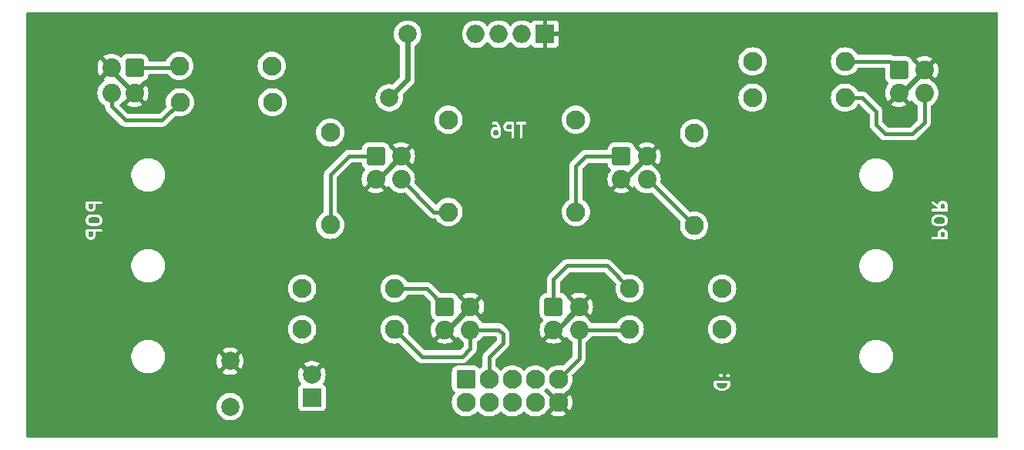
<source format=gbr>
%TF.GenerationSoftware,KiCad,Pcbnew,8.0.4*%
%TF.CreationDate,2025-10-07T11:11:27+02:00*%
%TF.ProjectId,RobotSuiveurDeLigne,526f626f-7453-4756-9976-65757244654c,rev?*%
%TF.SameCoordinates,Original*%
%TF.FileFunction,Copper,L2,Bot*%
%TF.FilePolarity,Positive*%
%FSLAX46Y46*%
G04 Gerber Fmt 4.6, Leading zero omitted, Abs format (unit mm)*
G04 Created by KiCad (PCBNEW 8.0.4) date 2025-10-07 11:11:27*
%MOMM*%
%LPD*%
G01*
G04 APERTURE LIST*
G04 Aperture macros list*
%AMRoundRect*
0 Rectangle with rounded corners*
0 $1 Rounding radius*
0 $2 $3 $4 $5 $6 $7 $8 $9 X,Y pos of 4 corners*
0 Add a 4 corners polygon primitive as box body*
4,1,4,$2,$3,$4,$5,$6,$7,$8,$9,$2,$3,0*
0 Add four circle primitives for the rounded corners*
1,1,$1+$1,$2,$3*
1,1,$1+$1,$4,$5*
1,1,$1+$1,$6,$7*
1,1,$1+$1,$8,$9*
0 Add four rect primitives between the rounded corners*
20,1,$1+$1,$2,$3,$4,$5,0*
20,1,$1+$1,$4,$5,$6,$7,0*
20,1,$1+$1,$6,$7,$8,$9,0*
20,1,$1+$1,$8,$9,$2,$3,0*%
G04 Aperture macros list end*
%ADD10C,0.300000*%
%TA.AperFunction,ComponentPad*%
%ADD11RoundRect,0.319800X-0.705200X-0.705200X0.705200X-0.705200X0.705200X0.705200X-0.705200X0.705200X0*%
%TD*%
%TA.AperFunction,ComponentPad*%
%ADD12C,2.050000*%
%TD*%
%TA.AperFunction,ComponentPad*%
%ADD13C,2.100000*%
%TD*%
%TA.AperFunction,ComponentPad*%
%ADD14O,2.100000X2.100000*%
%TD*%
%TA.AperFunction,ComponentPad*%
%ADD15RoundRect,0.319800X-0.705200X0.705200X-0.705200X-0.705200X0.705200X-0.705200X0.705200X0.705200X0*%
%TD*%
%TA.AperFunction,ComponentPad*%
%ADD16C,2.000000*%
%TD*%
%TA.AperFunction,ComponentPad*%
%ADD17RoundRect,0.308824X-0.741176X0.741176X-0.741176X-0.741176X0.741176X-0.741176X0.741176X0.741176X0*%
%TD*%
%TA.AperFunction,ComponentPad*%
%ADD18R,2.000000X2.000000*%
%TD*%
%TA.AperFunction,ComponentPad*%
%ADD19O,2.000000X2.000000*%
%TD*%
%TA.AperFunction,ViaPad*%
%ADD20C,2.000000*%
%TD*%
%TA.AperFunction,Conductor*%
%ADD21C,0.600000*%
%TD*%
%TA.AperFunction,Conductor*%
%ADD22C,0.400000*%
%TD*%
G04 APERTURE END LIST*
D10*
G36*
X97936542Y-85161958D02*
G01*
X97891835Y-85251371D01*
X97854830Y-85288376D01*
X97765418Y-85333082D01*
X97621952Y-85333082D01*
X97532539Y-85288376D01*
X97495535Y-85251372D01*
X97450828Y-85161957D01*
X97450828Y-84775939D01*
X97936542Y-84775939D01*
X97936542Y-85161958D01*
G37*
G36*
X98509854Y-83189954D02*
G01*
X98606121Y-83286221D01*
X98650828Y-83375634D01*
X98650828Y-83590529D01*
X98606121Y-83679941D01*
X98509854Y-83776208D01*
X98282363Y-83833082D01*
X97819292Y-83833082D01*
X97591801Y-83776208D01*
X97495535Y-83679942D01*
X97450828Y-83590528D01*
X97450828Y-83375635D01*
X97495535Y-83286221D01*
X97591802Y-83189954D01*
X97819292Y-83133082D01*
X98282364Y-83133082D01*
X98509854Y-83189954D01*
G37*
G36*
X97936542Y-82090529D02*
G01*
X97891835Y-82179942D01*
X97854830Y-82216947D01*
X97765418Y-82261653D01*
X97621952Y-82261653D01*
X97532539Y-82216947D01*
X97495535Y-82179943D01*
X97450828Y-82090528D01*
X97450828Y-81704510D01*
X97936542Y-81704510D01*
X97936542Y-82090529D01*
G37*
G36*
X99117495Y-85799749D02*
G01*
X96984161Y-85799749D01*
X96984161Y-84625939D01*
X97150828Y-84625939D01*
X97150828Y-85197368D01*
X97153710Y-85226632D01*
X97155773Y-85231612D01*
X97156155Y-85236987D01*
X97166664Y-85264450D01*
X97238093Y-85407307D01*
X97246021Y-85419902D01*
X97247536Y-85423559D01*
X97250915Y-85427676D01*
X97253758Y-85432193D01*
X97256752Y-85434790D01*
X97266190Y-85446290D01*
X97337618Y-85517719D01*
X97349123Y-85527161D01*
X97351718Y-85530153D01*
X97356228Y-85532992D01*
X97360349Y-85536374D01*
X97364008Y-85537889D01*
X97376603Y-85545818D01*
X97519461Y-85617246D01*
X97546924Y-85627756D01*
X97552299Y-85628137D01*
X97557278Y-85630200D01*
X97586542Y-85633082D01*
X97800828Y-85633082D01*
X97830092Y-85630200D01*
X97835070Y-85628137D01*
X97840446Y-85627756D01*
X97867910Y-85617246D01*
X98010767Y-85545818D01*
X98023360Y-85537890D01*
X98027020Y-85536375D01*
X98031139Y-85532993D01*
X98035653Y-85530153D01*
X98038249Y-85527159D01*
X98049751Y-85517720D01*
X98121180Y-85446291D01*
X98130621Y-85434786D01*
X98133613Y-85432192D01*
X98136451Y-85427682D01*
X98139835Y-85423560D01*
X98141351Y-85419898D01*
X98149278Y-85407307D01*
X98220706Y-85264449D01*
X98231216Y-85236986D01*
X98231597Y-85231610D01*
X98233660Y-85226632D01*
X98236542Y-85197368D01*
X98236542Y-84775939D01*
X98800828Y-84775939D01*
X98830092Y-84773057D01*
X98884164Y-84750659D01*
X98925548Y-84709275D01*
X98947946Y-84655203D01*
X98947946Y-84596675D01*
X98925548Y-84542603D01*
X98884164Y-84501219D01*
X98830092Y-84478821D01*
X98800828Y-84475939D01*
X97300828Y-84475939D01*
X97271564Y-84478821D01*
X97217492Y-84501219D01*
X97176108Y-84542603D01*
X97153710Y-84596675D01*
X97150828Y-84625939D01*
X96984161Y-84625939D01*
X96984161Y-83340225D01*
X97150828Y-83340225D01*
X97150828Y-83625939D01*
X97153710Y-83655203D01*
X97155773Y-83660183D01*
X97156155Y-83665558D01*
X97166664Y-83693021D01*
X97238093Y-83835878D01*
X97246020Y-83848471D01*
X97247536Y-83852131D01*
X97250917Y-83856250D01*
X97253758Y-83860764D01*
X97256751Y-83863360D01*
X97266191Y-83874862D01*
X97409048Y-84017719D01*
X97431778Y-84036374D01*
X97442081Y-84040641D01*
X97451042Y-84047281D01*
X97478733Y-84057174D01*
X97764447Y-84128603D01*
X97769519Y-84129353D01*
X97771564Y-84130200D01*
X97782583Y-84131285D01*
X97793536Y-84132905D01*
X97795724Y-84132579D01*
X97800828Y-84133082D01*
X98300828Y-84133082D01*
X98305931Y-84132579D01*
X98308119Y-84132905D01*
X98319070Y-84131285D01*
X98330092Y-84130200D01*
X98332136Y-84129353D01*
X98337209Y-84128603D01*
X98622922Y-84057174D01*
X98650613Y-84047281D01*
X98659573Y-84040641D01*
X98669877Y-84036374D01*
X98692608Y-84017719D01*
X98835466Y-83874862D01*
X98844909Y-83863355D01*
X98847899Y-83860763D01*
X98850735Y-83856257D01*
X98854121Y-83852132D01*
X98855638Y-83848468D01*
X98863564Y-83835878D01*
X98934992Y-83693020D01*
X98945502Y-83665557D01*
X98945883Y-83660181D01*
X98947946Y-83655203D01*
X98950828Y-83625939D01*
X98950828Y-83340225D01*
X98947946Y-83310961D01*
X98945883Y-83305982D01*
X98945502Y-83300607D01*
X98934992Y-83273144D01*
X98863564Y-83130286D01*
X98855637Y-83117694D01*
X98854121Y-83114033D01*
X98850737Y-83109910D01*
X98847899Y-83105401D01*
X98844907Y-83102806D01*
X98835466Y-83091302D01*
X98692608Y-82948444D01*
X98669877Y-82929789D01*
X98659573Y-82925521D01*
X98650613Y-82918882D01*
X98622922Y-82908989D01*
X98337208Y-82837561D01*
X98332136Y-82836811D01*
X98330092Y-82835964D01*
X98319069Y-82834878D01*
X98308119Y-82833259D01*
X98305931Y-82833584D01*
X98300828Y-82833082D01*
X97800828Y-82833082D01*
X97795724Y-82833584D01*
X97793537Y-82833259D01*
X97782586Y-82834878D01*
X97771564Y-82835964D01*
X97769519Y-82836811D01*
X97764448Y-82837561D01*
X97478734Y-82908989D01*
X97451043Y-82918882D01*
X97442083Y-82925520D01*
X97431778Y-82929789D01*
X97409048Y-82948444D01*
X97266191Y-83091302D01*
X97256751Y-83102803D01*
X97253758Y-83105400D01*
X97250917Y-83109913D01*
X97247536Y-83114033D01*
X97246020Y-83117692D01*
X97238093Y-83130286D01*
X97166664Y-83273143D01*
X97156155Y-83300606D01*
X97155773Y-83305980D01*
X97153710Y-83310961D01*
X97150828Y-83340225D01*
X96984161Y-83340225D01*
X96984161Y-81554510D01*
X97150828Y-81554510D01*
X97150828Y-82125939D01*
X97153710Y-82155203D01*
X97155773Y-82160183D01*
X97156155Y-82165558D01*
X97166664Y-82193021D01*
X97238093Y-82335878D01*
X97246021Y-82348473D01*
X97247536Y-82352130D01*
X97250915Y-82356247D01*
X97253758Y-82360764D01*
X97256752Y-82363361D01*
X97266190Y-82374861D01*
X97337618Y-82446290D01*
X97349123Y-82455732D01*
X97351718Y-82458724D01*
X97356228Y-82461563D01*
X97360349Y-82464945D01*
X97364008Y-82466460D01*
X97376603Y-82474389D01*
X97519461Y-82545817D01*
X97546924Y-82556327D01*
X97552299Y-82556708D01*
X97557278Y-82558771D01*
X97586542Y-82561653D01*
X97800828Y-82561653D01*
X97830092Y-82558771D01*
X97835070Y-82556708D01*
X97840446Y-82556327D01*
X97867910Y-82545817D01*
X98010767Y-82474389D01*
X98023360Y-82466461D01*
X98027020Y-82464946D01*
X98031139Y-82461564D01*
X98035653Y-82458724D01*
X98038249Y-82455730D01*
X98049751Y-82446291D01*
X98121180Y-82374862D01*
X98130621Y-82363357D01*
X98133613Y-82360763D01*
X98136451Y-82356253D01*
X98139835Y-82352131D01*
X98141351Y-82348469D01*
X98149278Y-82335878D01*
X98220706Y-82193020D01*
X98231216Y-82165557D01*
X98231597Y-82160181D01*
X98233660Y-82155203D01*
X98236542Y-82125939D01*
X98236542Y-81704510D01*
X98800828Y-81704510D01*
X98830092Y-81701628D01*
X98884164Y-81679230D01*
X98925548Y-81637846D01*
X98947946Y-81583774D01*
X98947946Y-81525246D01*
X98925548Y-81471174D01*
X98884164Y-81429790D01*
X98830092Y-81407392D01*
X98800828Y-81404510D01*
X97300828Y-81404510D01*
X97271564Y-81407392D01*
X97217492Y-81429790D01*
X97176108Y-81471174D01*
X97153710Y-81525246D01*
X97150828Y-81554510D01*
X96984161Y-81554510D01*
X96984161Y-81237843D01*
X99117495Y-81237843D01*
X99117495Y-85799749D01*
G37*
G36*
X167650828Y-101601596D02*
G01*
X167598294Y-101759198D01*
X167497688Y-101859803D01*
X167391328Y-101912984D01*
X167139507Y-101975939D01*
X166962149Y-101975939D01*
X166710327Y-101912983D01*
X166603968Y-101859804D01*
X166503361Y-101759197D01*
X166450828Y-101601598D01*
X166450828Y-101418796D01*
X167650828Y-101418796D01*
X167650828Y-101601596D01*
G37*
G36*
X168117495Y-102442606D02*
G01*
X165984161Y-102442606D01*
X165984161Y-101268796D01*
X166150828Y-101268796D01*
X166150828Y-101625939D01*
X166152286Y-101640750D01*
X166152006Y-101644700D01*
X166153187Y-101649894D01*
X166153710Y-101655203D01*
X166155227Y-101658865D01*
X166158526Y-101673373D01*
X166229954Y-101887659D01*
X166241943Y-101914510D01*
X166245473Y-101918580D01*
X166247536Y-101923560D01*
X166266191Y-101946291D01*
X166409048Y-102089148D01*
X166420550Y-102098588D01*
X166423146Y-102101581D01*
X166427655Y-102104419D01*
X166431778Y-102107803D01*
X166435440Y-102109319D01*
X166448032Y-102117246D01*
X166590888Y-102188675D01*
X166593030Y-102189494D01*
X166593900Y-102190139D01*
X166606171Y-102194523D01*
X166618352Y-102199184D01*
X166619432Y-102199260D01*
X166621591Y-102200032D01*
X166907305Y-102271460D01*
X166912376Y-102272209D01*
X166914421Y-102273057D01*
X166925443Y-102274142D01*
X166936394Y-102275762D01*
X166938581Y-102275436D01*
X166943685Y-102275939D01*
X167157971Y-102275939D01*
X167163074Y-102275436D01*
X167165262Y-102275762D01*
X167176212Y-102274142D01*
X167187235Y-102273057D01*
X167189279Y-102272209D01*
X167194351Y-102271460D01*
X167480065Y-102200032D01*
X167482223Y-102199260D01*
X167483304Y-102199184D01*
X167495478Y-102194525D01*
X167507756Y-102190139D01*
X167508626Y-102189494D01*
X167510767Y-102188675D01*
X167653624Y-102117246D01*
X167666217Y-102109318D01*
X167669877Y-102107803D01*
X167673996Y-102104421D01*
X167678510Y-102101581D01*
X167681106Y-102098587D01*
X167692608Y-102089148D01*
X167835466Y-101946291D01*
X167854121Y-101923561D01*
X167856183Y-101918581D01*
X167859715Y-101914510D01*
X167871703Y-101887659D01*
X167943131Y-101673373D01*
X167946430Y-101658860D01*
X167947946Y-101655203D01*
X167948468Y-101649900D01*
X167949651Y-101644699D01*
X167949369Y-101640744D01*
X167950828Y-101625939D01*
X167950828Y-101268796D01*
X167947946Y-101239532D01*
X167925548Y-101185460D01*
X167884164Y-101144076D01*
X167830092Y-101121678D01*
X167800828Y-101118796D01*
X166300828Y-101118796D01*
X166271564Y-101121678D01*
X166217492Y-101144076D01*
X166176108Y-101185460D01*
X166153710Y-101239532D01*
X166150828Y-101268796D01*
X165984161Y-101268796D01*
X165984161Y-100525246D01*
X166725139Y-100525246D01*
X166725139Y-100583774D01*
X166730484Y-100596677D01*
X166747536Y-100637845D01*
X166747540Y-100637849D01*
X166766190Y-100660575D01*
X166837618Y-100732004D01*
X166860349Y-100750659D01*
X166860350Y-100750660D01*
X166914422Y-100773057D01*
X166972947Y-100773057D01*
X166972948Y-100773057D01*
X167027020Y-100750660D01*
X167049751Y-100732005D01*
X167121180Y-100660576D01*
X167139835Y-100637845D01*
X167156887Y-100596677D01*
X167162232Y-100583774D01*
X167162232Y-100525246D01*
X167510853Y-100525246D01*
X167510853Y-100583774D01*
X167516198Y-100596677D01*
X167533250Y-100637845D01*
X167551905Y-100660576D01*
X167623334Y-100732005D01*
X167646065Y-100750660D01*
X167700137Y-100773057D01*
X167700138Y-100773057D01*
X167758664Y-100773057D01*
X167781061Y-100763779D01*
X167812735Y-100750660D01*
X167812736Y-100750659D01*
X167835467Y-100732004D01*
X167906895Y-100660575D01*
X167925549Y-100637845D01*
X167942601Y-100596677D01*
X167947946Y-100583774D01*
X167947946Y-100525246D01*
X167934825Y-100493571D01*
X167925549Y-100471174D01*
X167906894Y-100448444D01*
X167835466Y-100377016D01*
X167812735Y-100358361D01*
X167758663Y-100335964D01*
X167700137Y-100335964D01*
X167646065Y-100358361D01*
X167623335Y-100377015D01*
X167551906Y-100448443D01*
X167533251Y-100471174D01*
X167533250Y-100471175D01*
X167520130Y-100502849D01*
X167510853Y-100525246D01*
X167162232Y-100525246D01*
X167152954Y-100502849D01*
X167139835Y-100471175D01*
X167139834Y-100471174D01*
X167121179Y-100448443D01*
X167049750Y-100377015D01*
X167027024Y-100358365D01*
X167027020Y-100358361D01*
X167004623Y-100349084D01*
X166972947Y-100335964D01*
X166914421Y-100335964D01*
X166882746Y-100349084D01*
X166860349Y-100358361D01*
X166837619Y-100377016D01*
X166766191Y-100448444D01*
X166747536Y-100471175D01*
X166734416Y-100502849D01*
X166725139Y-100525246D01*
X165984161Y-100525246D01*
X165984161Y-100169297D01*
X168117495Y-100169297D01*
X168117495Y-102442606D01*
G37*
G36*
X142392348Y-73566962D02*
G01*
X142429353Y-73603967D01*
X142474060Y-73693380D01*
X142474060Y-73979704D01*
X142429353Y-74069117D01*
X142392348Y-74106122D01*
X142302936Y-74150828D01*
X142088042Y-74150828D01*
X141998628Y-74106121D01*
X141961624Y-74069117D01*
X141916917Y-73979703D01*
X141916917Y-73693381D01*
X141961624Y-73603967D01*
X141998628Y-73566963D01*
X142088042Y-73522257D01*
X142302936Y-73522257D01*
X142392348Y-73566962D01*
G37*
G36*
X143902632Y-73436542D02*
G01*
X143516613Y-73436542D01*
X143427199Y-73391835D01*
X143390194Y-73354830D01*
X143345489Y-73265418D01*
X143345489Y-73121951D01*
X143390194Y-73032540D01*
X143427199Y-72995535D01*
X143516613Y-72950828D01*
X143902632Y-72950828D01*
X143902632Y-73436542D01*
G37*
G36*
X145723559Y-74617495D02*
G01*
X141450250Y-74617495D01*
X141450250Y-73657971D01*
X141616917Y-73657971D01*
X141616917Y-74015114D01*
X141619799Y-74044378D01*
X141621862Y-74049358D01*
X141622244Y-74054733D01*
X141632753Y-74082196D01*
X141704182Y-74225053D01*
X141712109Y-74237646D01*
X141713625Y-74241306D01*
X141717006Y-74245425D01*
X141719847Y-74249939D01*
X141722840Y-74252535D01*
X141732280Y-74264037D01*
X141803709Y-74335466D01*
X141815213Y-74344907D01*
X141817808Y-74347899D01*
X141822317Y-74350737D01*
X141826440Y-74354121D01*
X141830101Y-74355637D01*
X141842693Y-74363564D01*
X141985551Y-74434992D01*
X142013014Y-74445502D01*
X142018389Y-74445883D01*
X142023368Y-74447946D01*
X142052632Y-74450828D01*
X142338346Y-74450828D01*
X142367610Y-74447946D01*
X142372588Y-74445883D01*
X142377964Y-74445502D01*
X142405428Y-74434992D01*
X142548285Y-74363564D01*
X142560878Y-74355636D01*
X142564538Y-74354121D01*
X142568657Y-74350739D01*
X142573171Y-74347899D01*
X142575767Y-74344905D01*
X142587269Y-74335466D01*
X142658698Y-74264037D01*
X142668139Y-74252532D01*
X142671131Y-74249938D01*
X142673969Y-74245428D01*
X142677353Y-74241306D01*
X142678869Y-74237644D01*
X142686796Y-74225053D01*
X142758224Y-74082195D01*
X142768734Y-74054732D01*
X142769115Y-74049356D01*
X142771178Y-74044378D01*
X142774060Y-74015114D01*
X142774060Y-73443685D01*
X142773557Y-73438581D01*
X142773883Y-73436394D01*
X142772263Y-73425443D01*
X142771178Y-73414421D01*
X142770330Y-73412376D01*
X142769581Y-73407305D01*
X142698153Y-73121591D01*
X142691995Y-73104355D01*
X142691275Y-73100714D01*
X142689515Y-73097413D01*
X142688260Y-73093900D01*
X142686055Y-73090925D01*
X142683718Y-73086542D01*
X143045489Y-73086542D01*
X143045489Y-73300828D01*
X143048371Y-73330092D01*
X143050433Y-73335070D01*
X143050815Y-73340446D01*
X143061325Y-73367910D01*
X143132753Y-73510767D01*
X143140680Y-73523360D01*
X143142196Y-73527020D01*
X143145577Y-73531139D01*
X143148418Y-73535653D01*
X143151411Y-73538249D01*
X143160851Y-73549751D01*
X143232280Y-73621180D01*
X143243784Y-73630621D01*
X143246379Y-73633613D01*
X143250888Y-73636451D01*
X143255011Y-73639835D01*
X143258672Y-73641351D01*
X143271264Y-73649278D01*
X143414122Y-73720706D01*
X143441585Y-73731216D01*
X143446960Y-73731597D01*
X143451939Y-73733660D01*
X143481203Y-73736542D01*
X143902632Y-73736542D01*
X143902632Y-74300828D01*
X143905514Y-74330092D01*
X143927912Y-74384164D01*
X143969296Y-74425548D01*
X144023368Y-74447946D01*
X144081896Y-74447946D01*
X144135968Y-74425548D01*
X144177352Y-74384164D01*
X144199750Y-74330092D01*
X144202632Y-74300828D01*
X144202632Y-72800828D01*
X144199750Y-72771564D01*
X144405514Y-72771564D01*
X144405514Y-72830092D01*
X144427912Y-72884164D01*
X144469296Y-72925548D01*
X144523368Y-72947946D01*
X144552632Y-72950828D01*
X144831203Y-72950828D01*
X144831203Y-74300828D01*
X144834085Y-74330092D01*
X144856483Y-74384164D01*
X144897867Y-74425548D01*
X144951939Y-74447946D01*
X145010467Y-74447946D01*
X145064539Y-74425548D01*
X145105923Y-74384164D01*
X145128321Y-74330092D01*
X145131203Y-74300828D01*
X145131203Y-72950828D01*
X145409774Y-72950828D01*
X145439038Y-72947946D01*
X145493110Y-72925548D01*
X145534494Y-72884164D01*
X145556892Y-72830092D01*
X145556892Y-72771564D01*
X145534494Y-72717492D01*
X145493110Y-72676108D01*
X145439038Y-72653710D01*
X145409774Y-72650828D01*
X144552632Y-72650828D01*
X144523368Y-72653710D01*
X144469296Y-72676108D01*
X144427912Y-72717492D01*
X144405514Y-72771564D01*
X144199750Y-72771564D01*
X144177352Y-72717492D01*
X144135968Y-72676108D01*
X144081896Y-72653710D01*
X144052632Y-72650828D01*
X143481203Y-72650828D01*
X143451939Y-72653710D01*
X143446958Y-72655773D01*
X143441584Y-72656155D01*
X143414120Y-72666664D01*
X143271264Y-72738093D01*
X143258670Y-72746020D01*
X143255011Y-72747536D01*
X143250890Y-72750917D01*
X143246378Y-72753758D01*
X143243781Y-72756751D01*
X143232281Y-72766190D01*
X143160852Y-72837618D01*
X143151412Y-72849120D01*
X143148418Y-72851717D01*
X143145576Y-72856231D01*
X143142197Y-72860349D01*
X143140681Y-72864007D01*
X143132753Y-72876603D01*
X143061325Y-73019460D01*
X143050815Y-73046924D01*
X143050433Y-73052299D01*
X143048371Y-73057278D01*
X143045489Y-73086542D01*
X142683718Y-73086542D01*
X142677440Y-73074766D01*
X142534583Y-72860480D01*
X142534514Y-72860396D01*
X142534495Y-72860349D01*
X142525402Y-72849269D01*
X142515952Y-72837730D01*
X142515907Y-72837700D01*
X142515840Y-72837618D01*
X142444411Y-72766190D01*
X142432911Y-72756752D01*
X142430314Y-72753758D01*
X142425797Y-72750915D01*
X142421680Y-72747536D01*
X142418023Y-72746021D01*
X142405428Y-72738093D01*
X142262571Y-72666664D01*
X142235108Y-72656155D01*
X142229733Y-72655773D01*
X142224753Y-72653710D01*
X142195489Y-72650828D01*
X141909775Y-72650828D01*
X141880511Y-72653710D01*
X141826439Y-72676108D01*
X141785055Y-72717492D01*
X141762657Y-72771564D01*
X141762657Y-72830092D01*
X141785055Y-72884164D01*
X141826439Y-72925548D01*
X141880511Y-72947946D01*
X141909775Y-72950828D01*
X142160079Y-72950828D01*
X142249493Y-72995535D01*
X142293205Y-73039247D01*
X142413412Y-73219557D01*
X142419849Y-73245303D01*
X142405428Y-73238093D01*
X142377964Y-73227583D01*
X142372588Y-73227201D01*
X142367610Y-73225139D01*
X142338346Y-73222257D01*
X142052632Y-73222257D01*
X142023368Y-73225139D01*
X142018389Y-73227201D01*
X142013014Y-73227583D01*
X141985551Y-73238093D01*
X141842693Y-73309521D01*
X141830101Y-73317447D01*
X141826440Y-73318964D01*
X141822317Y-73322347D01*
X141817808Y-73325186D01*
X141815213Y-73328177D01*
X141803709Y-73337619D01*
X141732280Y-73409048D01*
X141722840Y-73420549D01*
X141719847Y-73423146D01*
X141717006Y-73427659D01*
X141713625Y-73431779D01*
X141712109Y-73435438D01*
X141704182Y-73448032D01*
X141632753Y-73590889D01*
X141622244Y-73618352D01*
X141621862Y-73623726D01*
X141619799Y-73628707D01*
X141616917Y-73657971D01*
X141450250Y-73657971D01*
X141450250Y-72484161D01*
X145723559Y-72484161D01*
X145723559Y-74617495D01*
G37*
G36*
X191467458Y-84783051D02*
G01*
X191504463Y-84820056D01*
X191549171Y-84909470D01*
X191549171Y-85295489D01*
X191063457Y-85295489D01*
X191063457Y-84909469D01*
X191108162Y-84820057D01*
X191145167Y-84783052D01*
X191234581Y-84738346D01*
X191378047Y-84738346D01*
X191467458Y-84783051D01*
G37*
G36*
X191408197Y-83223790D02*
G01*
X191504464Y-83320057D01*
X191549171Y-83409470D01*
X191549171Y-83624364D01*
X191504464Y-83713778D01*
X191408197Y-83810044D01*
X191180707Y-83866917D01*
X190717635Y-83866917D01*
X190490144Y-83810044D01*
X190393878Y-83713778D01*
X190349171Y-83624364D01*
X190349171Y-83409470D01*
X190393878Y-83320056D01*
X190490144Y-83223790D01*
X190717635Y-83166917D01*
X191180706Y-83166917D01*
X191408197Y-83223790D01*
G37*
G36*
X191467458Y-81711622D02*
G01*
X191504463Y-81748627D01*
X191549171Y-81838041D01*
X191549171Y-82224060D01*
X191063457Y-82224060D01*
X191063457Y-81838040D01*
X191108162Y-81748628D01*
X191145167Y-81711623D01*
X191234581Y-81666917D01*
X191378047Y-81666917D01*
X191467458Y-81711622D01*
G37*
G36*
X192015838Y-85762156D02*
G01*
X189882504Y-85762156D01*
X189882504Y-85416225D01*
X190052053Y-85416225D01*
X190052053Y-85474753D01*
X190074451Y-85528825D01*
X190115835Y-85570209D01*
X190169907Y-85592607D01*
X190199171Y-85595489D01*
X191699171Y-85595489D01*
X191728435Y-85592607D01*
X191782507Y-85570209D01*
X191823891Y-85528825D01*
X191846289Y-85474753D01*
X191849171Y-85445489D01*
X191849171Y-84874060D01*
X191846289Y-84844796D01*
X191844225Y-84839815D01*
X191843844Y-84834441D01*
X191833335Y-84806977D01*
X191761906Y-84664121D01*
X191753978Y-84651527D01*
X191752463Y-84647868D01*
X191749081Y-84643747D01*
X191746241Y-84639235D01*
X191743247Y-84636638D01*
X191733809Y-84625138D01*
X191662381Y-84553709D01*
X191650878Y-84544269D01*
X191648282Y-84541275D01*
X191643767Y-84538433D01*
X191639650Y-84535054D01*
X191635991Y-84533538D01*
X191623396Y-84525610D01*
X191480539Y-84454182D01*
X191453075Y-84443672D01*
X191447699Y-84443290D01*
X191442721Y-84441228D01*
X191413457Y-84438346D01*
X191199171Y-84438346D01*
X191169907Y-84441228D01*
X191164928Y-84443290D01*
X191159553Y-84443672D01*
X191132090Y-84454182D01*
X190989232Y-84525610D01*
X190976640Y-84533536D01*
X190972979Y-84535053D01*
X190968856Y-84538436D01*
X190964347Y-84541275D01*
X190961752Y-84544266D01*
X190950248Y-84553708D01*
X190878819Y-84625137D01*
X190869379Y-84636638D01*
X190866386Y-84639235D01*
X190863545Y-84643748D01*
X190860164Y-84647868D01*
X190858648Y-84651527D01*
X190850721Y-84664121D01*
X190779293Y-84806978D01*
X190768783Y-84834442D01*
X190768401Y-84839817D01*
X190766339Y-84844796D01*
X190763457Y-84874060D01*
X190763457Y-85295489D01*
X190199171Y-85295489D01*
X190169907Y-85298371D01*
X190115835Y-85320769D01*
X190074451Y-85362153D01*
X190052053Y-85416225D01*
X189882504Y-85416225D01*
X189882504Y-83374060D01*
X190049171Y-83374060D01*
X190049171Y-83659774D01*
X190052053Y-83689038D01*
X190054114Y-83694015D01*
X190054497Y-83699393D01*
X190065007Y-83726856D01*
X190136436Y-83869714D01*
X190144363Y-83882307D01*
X190145879Y-83885967D01*
X190149260Y-83890086D01*
X190152101Y-83894600D01*
X190155094Y-83897196D01*
X190164534Y-83908698D01*
X190307391Y-84051555D01*
X190330121Y-84070210D01*
X190340426Y-84074478D01*
X190349386Y-84081117D01*
X190377077Y-84091010D01*
X190662791Y-84162438D01*
X190667862Y-84163187D01*
X190669907Y-84164035D01*
X190680929Y-84165120D01*
X190691880Y-84166740D01*
X190694067Y-84166414D01*
X190699171Y-84166917D01*
X191199171Y-84166917D01*
X191204274Y-84166414D01*
X191206462Y-84166740D01*
X191217412Y-84165120D01*
X191228435Y-84164035D01*
X191230479Y-84163187D01*
X191235551Y-84162438D01*
X191521265Y-84091010D01*
X191548956Y-84081117D01*
X191557916Y-84074477D01*
X191568220Y-84070210D01*
X191590951Y-84051555D01*
X191733808Y-83908698D01*
X191743248Y-83897195D01*
X191746241Y-83894600D01*
X191749079Y-83890090D01*
X191752463Y-83885968D01*
X191753979Y-83882305D01*
X191761906Y-83869714D01*
X191833335Y-83726856D01*
X191843845Y-83699393D01*
X191844227Y-83694015D01*
X191846289Y-83689038D01*
X191849171Y-83659774D01*
X191849171Y-83374060D01*
X191846289Y-83344796D01*
X191844225Y-83339815D01*
X191843844Y-83334441D01*
X191833335Y-83306977D01*
X191761906Y-83164121D01*
X191753979Y-83151529D01*
X191752463Y-83147867D01*
X191749079Y-83143744D01*
X191746241Y-83139235D01*
X191743248Y-83136639D01*
X191733808Y-83125137D01*
X191590951Y-82982280D01*
X191568220Y-82963625D01*
X191557916Y-82959357D01*
X191548956Y-82952718D01*
X191521265Y-82942825D01*
X191235552Y-82871396D01*
X191230479Y-82870645D01*
X191228435Y-82869799D01*
X191217413Y-82868713D01*
X191206462Y-82867094D01*
X191204274Y-82867419D01*
X191199171Y-82866917D01*
X190699171Y-82866917D01*
X190694067Y-82867419D01*
X190691879Y-82867094D01*
X190680926Y-82868713D01*
X190669907Y-82869799D01*
X190667862Y-82870645D01*
X190662790Y-82871396D01*
X190377076Y-82942825D01*
X190349385Y-82952718D01*
X190340424Y-82959357D01*
X190330121Y-82963625D01*
X190307391Y-82982280D01*
X190164534Y-83125137D01*
X190155094Y-83136638D01*
X190152101Y-83139235D01*
X190149260Y-83143748D01*
X190145879Y-83147868D01*
X190144363Y-83151527D01*
X190136436Y-83164121D01*
X190065007Y-83306978D01*
X190054498Y-83334441D01*
X190054116Y-83339815D01*
X190052053Y-83344796D01*
X190049171Y-83374060D01*
X189882504Y-83374060D01*
X189882504Y-81513666D01*
X190049206Y-81513666D01*
X190059377Y-81571302D01*
X190090830Y-81620659D01*
X190113152Y-81639802D01*
X190763457Y-82095015D01*
X190763457Y-82224060D01*
X190199171Y-82224060D01*
X190169907Y-82226942D01*
X190115835Y-82249340D01*
X190074451Y-82290724D01*
X190052053Y-82344796D01*
X190052053Y-82403324D01*
X190074451Y-82457396D01*
X190115835Y-82498780D01*
X190169907Y-82521178D01*
X190199171Y-82524060D01*
X191699171Y-82524060D01*
X191728435Y-82521178D01*
X191782507Y-82498780D01*
X191823891Y-82457396D01*
X191846289Y-82403324D01*
X191849171Y-82374060D01*
X191849171Y-81802631D01*
X191846289Y-81773367D01*
X191844225Y-81768386D01*
X191843844Y-81763012D01*
X191833335Y-81735548D01*
X191761906Y-81592692D01*
X191753978Y-81580098D01*
X191752463Y-81576439D01*
X191749081Y-81572318D01*
X191746241Y-81567806D01*
X191743247Y-81565209D01*
X191733809Y-81553709D01*
X191662381Y-81482280D01*
X191650878Y-81472840D01*
X191648282Y-81469846D01*
X191643767Y-81467004D01*
X191639650Y-81463625D01*
X191635991Y-81462109D01*
X191623396Y-81454181D01*
X191480539Y-81382753D01*
X191453075Y-81372243D01*
X191447699Y-81371861D01*
X191442721Y-81369799D01*
X191413457Y-81366917D01*
X191199171Y-81366917D01*
X191169907Y-81369799D01*
X191164928Y-81371861D01*
X191159553Y-81372243D01*
X191132090Y-81382753D01*
X190989232Y-81454181D01*
X190976640Y-81462107D01*
X190972979Y-81463624D01*
X190968856Y-81467007D01*
X190964347Y-81469846D01*
X190961752Y-81472837D01*
X190950248Y-81482279D01*
X190878819Y-81553708D01*
X190869379Y-81565209D01*
X190866386Y-81567806D01*
X190863545Y-81572319D01*
X190860164Y-81576439D01*
X190858648Y-81580098D01*
X190850721Y-81592692D01*
X190779293Y-81735549D01*
X190777978Y-81738983D01*
X190285190Y-81394032D01*
X190259564Y-81379611D01*
X190202422Y-81366952D01*
X190144786Y-81377123D01*
X190095429Y-81408576D01*
X190061865Y-81456524D01*
X190049206Y-81513666D01*
X189882504Y-81513666D01*
X189882504Y-81200250D01*
X192015838Y-81200250D01*
X192015838Y-85762156D01*
G37*
D11*
%TO.P,U6,1,A*%
%TO.N,Net-(U6-A)*%
X186500000Y-66960000D03*
D12*
%TO.P,U6,2,K*%
%TO.N,GND*%
X186500000Y-69500000D03*
%TO.P,U6,3,C*%
%TO.N,/D1*%
X189300000Y-69500000D03*
%TO.P,U6,4,E*%
%TO.N,GND*%
X189300000Y-66960000D03*
%TD*%
D13*
%TO.P,R10,1*%
%TO.N,VCC*%
X117660000Y-70500000D03*
D14*
%TO.P,R10,2*%
%TO.N,/D0*%
X107500000Y-70500000D03*
%TD*%
D13*
%TO.P,R12,1*%
%TO.N,VCC*%
X170420000Y-70000000D03*
D14*
%TO.P,R12,2*%
%TO.N,/D1*%
X180580000Y-70000000D03*
%TD*%
D11*
%TO.P,U1,1,A*%
%TO.N,Net-(U1-A)*%
X136600000Y-93000000D03*
D12*
%TO.P,U1,2,K*%
%TO.N,GND*%
X136600000Y-95540000D03*
%TO.P,U1,3,C*%
%TO.N,/AN0*%
X139400000Y-95540000D03*
%TO.P,U1,4,E*%
%TO.N,GND*%
X139400000Y-93000000D03*
%TD*%
D13*
%TO.P,R2,1*%
%TO.N,VCC*%
X120920000Y-95500000D03*
D14*
%TO.P,R2,2*%
%TO.N,/AN0*%
X131080000Y-95500000D03*
%TD*%
D13*
%TO.P,R1,1*%
%TO.N,VCC*%
X120920000Y-91000000D03*
D14*
%TO.P,R1,2*%
%TO.N,Net-(U1-A)*%
X131080000Y-91000000D03*
%TD*%
D13*
%TO.P,R7,1*%
%TO.N,VCC*%
X167080000Y-91000000D03*
D14*
%TO.P,R7,2*%
%TO.N,Net-(U4-A)*%
X156920000Y-91000000D03*
%TD*%
D13*
%TO.P,R5,1*%
%TO.N,VCC*%
X151000000Y-72420000D03*
D14*
%TO.P,R5,2*%
%TO.N,Net-(U3-A)*%
X151000000Y-82580000D03*
%TD*%
D11*
%TO.P,U2,1,A*%
%TO.N,Net-(U2-A)*%
X129000000Y-76420000D03*
D12*
%TO.P,U2,2,K*%
%TO.N,GND*%
X129000000Y-78960000D03*
%TO.P,U2,3,C*%
%TO.N,/AN1*%
X131800000Y-78960000D03*
%TO.P,U2,4,E*%
%TO.N,GND*%
X131800000Y-76420000D03*
%TD*%
D13*
%TO.P,R6,1*%
%TO.N,VCC*%
X164000000Y-73920000D03*
D14*
%TO.P,R6,2*%
%TO.N,/AN2*%
X164000000Y-84080000D03*
%TD*%
D13*
%TO.P,R3,1*%
%TO.N,VCC*%
X124000000Y-73840000D03*
D14*
%TO.P,R3,2*%
%TO.N,Net-(U2-A)*%
X124000000Y-84000000D03*
%TD*%
D13*
%TO.P,R9,1*%
%TO.N,VCC*%
X117580000Y-66500000D03*
D14*
%TO.P,R9,2*%
%TO.N,Net-(U5-A)*%
X107420000Y-66500000D03*
%TD*%
D13*
%TO.P,R4,1*%
%TO.N,VCC*%
X137000000Y-72420000D03*
D14*
%TO.P,R4,2*%
%TO.N,/AN1*%
X137000000Y-82580000D03*
%TD*%
D13*
%TO.P,R11,1*%
%TO.N,VCC*%
X170420000Y-66000000D03*
D14*
%TO.P,R11,2*%
%TO.N,Net-(U6-A)*%
X180580000Y-66000000D03*
%TD*%
D15*
%TO.P,U5,1,A*%
%TO.N,Net-(U5-A)*%
X102500000Y-66700000D03*
D12*
%TO.P,U5,2,K*%
%TO.N,GND*%
X99960000Y-66700000D03*
%TO.P,U5,3,C*%
%TO.N,/D0*%
X99960000Y-69500000D03*
%TO.P,U5,4,E*%
%TO.N,GND*%
X102500000Y-69500000D03*
%TD*%
D11*
%TO.P,U4,1,A*%
%TO.N,Net-(U4-A)*%
X148550000Y-93000000D03*
D12*
%TO.P,U4,2,K*%
%TO.N,GND*%
X148550000Y-95540000D03*
%TO.P,U4,3,C*%
%TO.N,/AN3*%
X151350000Y-95540000D03*
%TO.P,U4,4,E*%
%TO.N,GND*%
X151350000Y-93000000D03*
%TD*%
D13*
%TO.P,R8,1*%
%TO.N,VCC*%
X167080000Y-95500000D03*
D14*
%TO.P,R8,2*%
%TO.N,/AN3*%
X156920000Y-95500000D03*
%TD*%
D11*
%TO.P,U3,1,A*%
%TO.N,Net-(U3-A)*%
X156000000Y-76460000D03*
D12*
%TO.P,U3,2,K*%
%TO.N,GND*%
X156000000Y-79000000D03*
%TO.P,U3,3,C*%
%TO.N,/AN2*%
X158800000Y-79000000D03*
%TO.P,U3,4,E*%
%TO.N,GND*%
X158800000Y-76460000D03*
%TD*%
D16*
%TO.P,C1,1*%
%TO.N,VCC*%
X113000000Y-104000000D03*
%TO.P,C1,2*%
%TO.N,GND*%
X113000000Y-99000000D03*
%TD*%
D17*
%TO.P,J2,1,Pin_1*%
%TO.N,VCC*%
X138920000Y-101000000D03*
D13*
%TO.P,J2,2,Pin_2*%
%TO.N,Net-(J2-Pin_2)*%
X138920000Y-103540000D03*
%TO.P,J2,3,Pin_3*%
%TO.N,/AN0*%
X141460000Y-101000000D03*
%TO.P,J2,4,Pin_4*%
%TO.N,Net-(J2-Pin_4)*%
X141460000Y-103540000D03*
%TO.P,J2,5,Pin_5*%
%TO.N,/AN1*%
X144000000Y-101000000D03*
%TO.P,J2,6,Pin_6*%
%TO.N,/D0*%
X144000000Y-103540000D03*
%TO.P,J2,7,Pin_7*%
%TO.N,/AN2*%
X146540000Y-101000000D03*
%TO.P,J2,8,Pin_8*%
%TO.N,/D1*%
X146540000Y-103540000D03*
%TO.P,J2,9,Pin_9*%
%TO.N,/AN3*%
X149080000Y-101000000D03*
%TO.P,J2,10,Pin_10*%
%TO.N,GND*%
X149080000Y-103540000D03*
%TD*%
D18*
%TO.P,C2,1*%
%TO.N,VCC*%
X122000000Y-103000000D03*
D16*
%TO.P,C2,2*%
%TO.N,GND*%
X122000000Y-100500000D03*
%TD*%
D19*
%TO.P,J1,Echo,Echo*%
%TO.N,Net-(J2-Pin_4)*%
X145080000Y-63000000D03*
D18*
%TO.P,J1,Gnd,Gnd*%
%TO.N,GND*%
X147620000Y-63000000D03*
D19*
%TO.P,J1,Trig,Trig*%
%TO.N,Net-(J2-Pin_2)*%
X142540000Y-63000000D03*
%TO.P,J1,Vcc,Vcc*%
%TO.N,VCC*%
X140000000Y-63000000D03*
%TD*%
D20*
%TO.N,GND*%
X160000000Y-102000000D03*
X155000000Y-63000000D03*
X93500000Y-105000000D03*
%TO.N,VCC*%
X132500000Y-63000000D03*
X130500000Y-70000000D03*
%TD*%
D21*
%TO.N,GND*%
X186812614Y-69500000D02*
X189300000Y-67012614D01*
X102447386Y-69500000D02*
X102500000Y-69500000D01*
X139400000Y-93052614D02*
X139400000Y-93000000D01*
X151350000Y-93100481D02*
X151350000Y-93000000D01*
X136912614Y-95540000D02*
X139400000Y-93052614D01*
X189300000Y-67012614D02*
X189300000Y-66960000D01*
X156312614Y-79000000D02*
X158800000Y-76512614D01*
X129312614Y-78960000D02*
X131800000Y-76472614D01*
X99960000Y-66700000D02*
X99960000Y-67012614D01*
X148550000Y-95540000D02*
X148910481Y-95540000D01*
X156000000Y-79000000D02*
X156312614Y-79000000D01*
X131800000Y-76472614D02*
X131800000Y-76420000D01*
X99960000Y-67012614D02*
X102447386Y-69500000D01*
X186500000Y-69500000D02*
X186812614Y-69500000D01*
X136600000Y-95540000D02*
X136912614Y-95540000D01*
X148910481Y-95540000D02*
X151350000Y-93100481D01*
X158800000Y-76512614D02*
X158800000Y-76460000D01*
X129000000Y-78960000D02*
X129312614Y-78960000D01*
%TO.N,VCC*%
X132500000Y-63000000D02*
X132500000Y-68000000D01*
X132500000Y-68000000D02*
X130500000Y-70000000D01*
D22*
%TO.N,/AN2*%
X164000000Y-84080000D02*
X158920000Y-79000000D01*
X158920000Y-79000000D02*
X158800000Y-79000000D01*
%TO.N,/D1*%
X188000000Y-74000000D02*
X189300000Y-72700000D01*
X185000000Y-74000000D02*
X188000000Y-74000000D01*
X180580000Y-70000000D02*
X182500000Y-70000000D01*
X184000000Y-73000000D02*
X185000000Y-74000000D01*
X182500000Y-70000000D02*
X184000000Y-71500000D01*
X184000000Y-71500000D02*
X184000000Y-73000000D01*
X189300000Y-72700000D02*
X189300000Y-69500000D01*
%TO.N,/D0*%
X101500000Y-72500000D02*
X105500000Y-72500000D01*
X99960000Y-70960000D02*
X101500000Y-72500000D01*
X105500000Y-72500000D02*
X107500000Y-70500000D01*
X99960000Y-69500000D02*
X99960000Y-70960000D01*
%TO.N,/AN0*%
X142540000Y-95540000D02*
X139400000Y-95540000D01*
X141460000Y-101000000D02*
X141460000Y-98540000D01*
X139400000Y-97600000D02*
X138500000Y-98500000D01*
X141460000Y-98540000D02*
X143000000Y-97000000D01*
X134080000Y-98500000D02*
X131080000Y-95500000D01*
X143000000Y-96000000D02*
X142540000Y-95540000D01*
X138500000Y-98500000D02*
X134080000Y-98500000D01*
X139400000Y-95540000D02*
X139400000Y-97600000D01*
X143000000Y-97000000D02*
X143000000Y-96000000D01*
%TO.N,/AN3*%
X149080000Y-101000000D02*
X151350000Y-98730000D01*
X156880000Y-95540000D02*
X156920000Y-95500000D01*
X151350000Y-95540000D02*
X156880000Y-95540000D01*
X151350000Y-98730000D02*
X151350000Y-95540000D01*
%TO.N,/AN1*%
X135420000Y-82580000D02*
X137000000Y-82580000D01*
X131800000Y-78960000D02*
X135420000Y-82580000D01*
%TO.N,Net-(U1-A)*%
X134600000Y-91000000D02*
X136600000Y-93000000D01*
X131080000Y-91000000D02*
X134600000Y-91000000D01*
%TO.N,Net-(U2-A)*%
X124000000Y-78500000D02*
X124000000Y-84000000D01*
X129000000Y-76420000D02*
X126080000Y-76420000D01*
X126080000Y-76420000D02*
X124000000Y-78500000D01*
%TO.N,Net-(U3-A)*%
X151000000Y-77500000D02*
X151000000Y-82580000D01*
X152040000Y-76460000D02*
X151000000Y-77500000D01*
X156000000Y-76460000D02*
X152040000Y-76460000D01*
%TO.N,Net-(U4-A)*%
X148550000Y-93000000D02*
X148550000Y-89950000D01*
X150000000Y-88500000D02*
X154420000Y-88500000D01*
X148550000Y-89950000D02*
X150000000Y-88500000D01*
X154420000Y-88500000D02*
X156920000Y-91000000D01*
%TO.N,Net-(U5-A)*%
X106720000Y-66700000D02*
X107420000Y-66000000D01*
X102500000Y-66700000D02*
X107220000Y-66700000D01*
X107220000Y-66700000D02*
X107420000Y-66500000D01*
%TO.N,Net-(U6-A)*%
X185540000Y-66000000D02*
X186500000Y-66960000D01*
X180580000Y-66000000D02*
X185540000Y-66000000D01*
%TD*%
%TA.AperFunction,Conductor*%
%TO.N,GND*%
G36*
X147903131Y-102009493D02*
G01*
X147904290Y-102010832D01*
X147975793Y-102094552D01*
X147980241Y-102099759D01*
X148123262Y-102221910D01*
X148123263Y-102221911D01*
X148137924Y-102244370D01*
X148950591Y-103057037D01*
X148887007Y-103074075D01*
X148772993Y-103139901D01*
X148679901Y-103232993D01*
X148614075Y-103347007D01*
X148597037Y-103410591D01*
X147796419Y-102609973D01*
X147761911Y-102583263D01*
X147748755Y-102567859D01*
X147639759Y-102440241D01*
X147639757Y-102440239D01*
X147639756Y-102440238D01*
X147550832Y-102364290D01*
X147512638Y-102305784D01*
X147512139Y-102235916D01*
X147549493Y-102176869D01*
X147550832Y-102175710D01*
X147619291Y-102117240D01*
X147639759Y-102099759D01*
X147715710Y-102010832D01*
X147774216Y-101972638D01*
X147844084Y-101972139D01*
X147903131Y-102009493D01*
G37*
%TD.AperFunction*%
%TA.AperFunction,Conductor*%
G36*
X139000000Y-93052661D02*
G01*
X139027259Y-93154394D01*
X139079920Y-93245606D01*
X139154394Y-93320080D01*
X139245606Y-93372741D01*
X139347339Y-93400000D01*
X139353553Y-93400000D01*
X138503308Y-94250243D01*
X138496200Y-94292203D01*
X138465261Y-94332177D01*
X138317973Y-94457973D01*
X138162025Y-94640563D01*
X138162024Y-94640566D01*
X138105434Y-94732913D01*
X138053622Y-94779788D01*
X137984693Y-94791211D01*
X137920530Y-94763554D01*
X137893980Y-94732913D01*
X137837568Y-94640857D01*
X137837564Y-94640852D01*
X137763289Y-94553888D01*
X137734718Y-94490127D01*
X137745155Y-94421041D01*
X137791286Y-94368565D01*
X137791291Y-94368561D01*
X137819885Y-94350595D01*
X137950595Y-94219885D01*
X138048942Y-94063367D01*
X138078709Y-93978296D01*
X138119429Y-93921521D01*
X138128536Y-93917910D01*
X139000000Y-93046446D01*
X139000000Y-93052661D01*
G37*
%TD.AperFunction*%
%TA.AperFunction,Conductor*%
G36*
X150950000Y-93052661D02*
G01*
X150977259Y-93154394D01*
X151029920Y-93245606D01*
X151104394Y-93320080D01*
X151195606Y-93372741D01*
X151297339Y-93400000D01*
X151303553Y-93400000D01*
X150453308Y-94250243D01*
X150446200Y-94292203D01*
X150415261Y-94332177D01*
X150267973Y-94457973D01*
X150112025Y-94640563D01*
X150112024Y-94640566D01*
X150055434Y-94732913D01*
X150003622Y-94779788D01*
X149934693Y-94791211D01*
X149870530Y-94763554D01*
X149843980Y-94732913D01*
X149787568Y-94640857D01*
X149787564Y-94640852D01*
X149713289Y-94553888D01*
X149684718Y-94490127D01*
X149695155Y-94421041D01*
X149741286Y-94368565D01*
X149741291Y-94368561D01*
X149769885Y-94350595D01*
X149900595Y-94219885D01*
X149998942Y-94063367D01*
X150028709Y-93978296D01*
X150069429Y-93921521D01*
X150078536Y-93917910D01*
X150950000Y-93046446D01*
X150950000Y-93052661D01*
G37*
%TD.AperFunction*%
%TA.AperFunction,Conductor*%
G36*
X158400000Y-76512661D02*
G01*
X158427259Y-76614394D01*
X158479920Y-76705606D01*
X158554394Y-76780080D01*
X158645606Y-76832741D01*
X158747339Y-76860000D01*
X158753553Y-76860000D01*
X157903308Y-77710243D01*
X157896200Y-77752203D01*
X157865261Y-77792177D01*
X157717973Y-77917973D01*
X157562025Y-78100563D01*
X157562024Y-78100566D01*
X157505434Y-78192913D01*
X157453622Y-78239788D01*
X157384693Y-78251211D01*
X157320530Y-78223554D01*
X157293980Y-78192913D01*
X157237568Y-78100857D01*
X157237564Y-78100852D01*
X157163289Y-78013888D01*
X157134718Y-77950127D01*
X157145155Y-77881041D01*
X157191286Y-77828565D01*
X157191291Y-77828561D01*
X157219885Y-77810595D01*
X157350595Y-77679885D01*
X157448942Y-77523367D01*
X157478709Y-77438296D01*
X157519429Y-77381521D01*
X157528536Y-77377910D01*
X158400000Y-76506446D01*
X158400000Y-76512661D01*
G37*
%TD.AperFunction*%
%TA.AperFunction,Conductor*%
G36*
X131400000Y-76472661D02*
G01*
X131427259Y-76574394D01*
X131479920Y-76665606D01*
X131554394Y-76740080D01*
X131645606Y-76792741D01*
X131747339Y-76820000D01*
X131753553Y-76820000D01*
X130903308Y-77670243D01*
X130896200Y-77712203D01*
X130865261Y-77752177D01*
X130717973Y-77877973D01*
X130562025Y-78060563D01*
X130562024Y-78060566D01*
X130505434Y-78152913D01*
X130453622Y-78199788D01*
X130384693Y-78211211D01*
X130320530Y-78183554D01*
X130293980Y-78152913D01*
X130237568Y-78060857D01*
X130237564Y-78060852D01*
X130163289Y-77973888D01*
X130134718Y-77910127D01*
X130145155Y-77841041D01*
X130191286Y-77788565D01*
X130191291Y-77788561D01*
X130219885Y-77770595D01*
X130350595Y-77639885D01*
X130448942Y-77483367D01*
X130478709Y-77398296D01*
X130519429Y-77341521D01*
X130528536Y-77337910D01*
X131400000Y-76466446D01*
X131400000Y-76472661D01*
G37*
%TD.AperFunction*%
%TA.AperFunction,Conductor*%
G36*
X188900000Y-67012661D02*
G01*
X188927259Y-67114394D01*
X188979920Y-67205606D01*
X189054394Y-67280080D01*
X189145606Y-67332741D01*
X189247339Y-67360000D01*
X189253553Y-67360000D01*
X188403308Y-68210243D01*
X188396200Y-68252203D01*
X188365261Y-68292177D01*
X188217973Y-68417973D01*
X188062025Y-68600563D01*
X188062024Y-68600566D01*
X188005434Y-68692913D01*
X187953622Y-68739788D01*
X187884693Y-68751211D01*
X187820530Y-68723554D01*
X187793980Y-68692913D01*
X187737568Y-68600857D01*
X187737564Y-68600852D01*
X187663289Y-68513888D01*
X187634718Y-68450127D01*
X187645155Y-68381041D01*
X187691286Y-68328565D01*
X187691291Y-68328561D01*
X187719885Y-68310595D01*
X187850595Y-68179885D01*
X187948942Y-68023367D01*
X187978709Y-67938296D01*
X188019429Y-67881521D01*
X188028536Y-67877910D01*
X188900000Y-67006446D01*
X188900000Y-67012661D01*
G37*
%TD.AperFunction*%
%TA.AperFunction,Conductor*%
G36*
X101078958Y-67845156D02*
G01*
X101131434Y-67891287D01*
X101131636Y-67891607D01*
X101149403Y-67919882D01*
X101149405Y-67919885D01*
X101280115Y-68050595D01*
X101436633Y-68148942D01*
X101521701Y-68178708D01*
X101578477Y-68219430D01*
X101582085Y-68228533D01*
X102453553Y-69100000D01*
X102447339Y-69100000D01*
X102345606Y-69127259D01*
X102254394Y-69179920D01*
X102179920Y-69254394D01*
X102127259Y-69345606D01*
X102100000Y-69447339D01*
X102100000Y-69453553D01*
X101249754Y-68603307D01*
X101207797Y-68596200D01*
X101167823Y-68565261D01*
X101129875Y-68520830D01*
X101042027Y-68417973D01*
X100859439Y-68262028D01*
X100813159Y-68233668D01*
X100767087Y-68205435D01*
X100720211Y-68153623D01*
X100708788Y-68084693D01*
X100736445Y-68020530D01*
X100767086Y-67993979D01*
X100859149Y-67937562D01*
X100946111Y-67863290D01*
X101009872Y-67834719D01*
X101078958Y-67845156D01*
G37*
%TD.AperFunction*%
%TA.AperFunction,Conductor*%
G36*
X197342539Y-60620185D02*
G01*
X197388294Y-60672989D01*
X197399500Y-60724500D01*
X197399500Y-107275500D01*
X197379815Y-107342539D01*
X197327011Y-107388294D01*
X197275500Y-107399500D01*
X90724500Y-107399500D01*
X90657461Y-107379815D01*
X90611706Y-107327011D01*
X90600500Y-107275500D01*
X90600500Y-103999994D01*
X111494357Y-103999994D01*
X111494357Y-104000005D01*
X111514890Y-104247812D01*
X111514892Y-104247824D01*
X111575936Y-104488881D01*
X111675826Y-104716606D01*
X111811833Y-104924782D01*
X111812749Y-104925777D01*
X111980256Y-105107738D01*
X112176491Y-105260474D01*
X112395190Y-105378828D01*
X112630386Y-105459571D01*
X112875665Y-105500500D01*
X113124335Y-105500500D01*
X113369614Y-105459571D01*
X113604810Y-105378828D01*
X113823509Y-105260474D01*
X114019744Y-105107738D01*
X114188164Y-104924785D01*
X114324173Y-104716607D01*
X114424063Y-104488881D01*
X114485108Y-104247821D01*
X114485252Y-104246089D01*
X114505643Y-104000005D01*
X114505643Y-103999994D01*
X114485109Y-103752187D01*
X114485107Y-103752175D01*
X114424063Y-103511118D01*
X114324173Y-103283393D01*
X114188166Y-103075217D01*
X114155746Y-103040000D01*
X114019744Y-102892262D01*
X113823509Y-102739526D01*
X113823507Y-102739525D01*
X113823506Y-102739524D01*
X113604811Y-102621172D01*
X113604802Y-102621169D01*
X113369616Y-102540429D01*
X113124335Y-102499500D01*
X112875665Y-102499500D01*
X112630383Y-102540429D01*
X112395197Y-102621169D01*
X112395188Y-102621172D01*
X112176493Y-102739524D01*
X111980257Y-102892261D01*
X111811833Y-103075217D01*
X111675826Y-103283393D01*
X111575936Y-103511118D01*
X111514892Y-103752175D01*
X111514890Y-103752187D01*
X111494357Y-103999994D01*
X90600500Y-103999994D01*
X90600500Y-98378711D01*
X102149500Y-98378711D01*
X102149500Y-98621288D01*
X102181161Y-98861785D01*
X102243947Y-99096104D01*
X102318624Y-99276389D01*
X102336776Y-99320212D01*
X102458064Y-99530289D01*
X102458066Y-99530292D01*
X102458067Y-99530293D01*
X102605733Y-99722736D01*
X102605739Y-99722743D01*
X102777256Y-99894260D01*
X102777263Y-99894266D01*
X102890321Y-99981018D01*
X102969711Y-100041936D01*
X103179788Y-100163224D01*
X103325571Y-100223609D01*
X103394764Y-100252270D01*
X103403900Y-100256054D01*
X103638211Y-100318838D01*
X103818586Y-100342584D01*
X103878711Y-100350500D01*
X103878712Y-100350500D01*
X104121289Y-100350500D01*
X104169388Y-100344167D01*
X104361789Y-100318838D01*
X104596100Y-100256054D01*
X104820212Y-100163224D01*
X105030289Y-100041936D01*
X105222738Y-99894265D01*
X105394265Y-99722738D01*
X105541936Y-99530289D01*
X105663224Y-99320212D01*
X105756054Y-99096100D01*
X105781806Y-98999994D01*
X111494859Y-98999994D01*
X111494859Y-99000000D01*
X111515385Y-99247729D01*
X111515387Y-99247738D01*
X111576412Y-99488717D01*
X111676266Y-99716364D01*
X111776564Y-99869882D01*
X112557861Y-99088584D01*
X112580667Y-99173694D01*
X112639910Y-99276306D01*
X112723694Y-99360090D01*
X112826306Y-99419333D01*
X112911414Y-99442137D01*
X112129942Y-100223609D01*
X112176768Y-100260055D01*
X112176770Y-100260056D01*
X112395385Y-100378364D01*
X112395396Y-100378369D01*
X112630506Y-100459083D01*
X112875707Y-100500000D01*
X113124293Y-100500000D01*
X113124329Y-100499994D01*
X120494859Y-100499994D01*
X120494859Y-100500000D01*
X120515385Y-100747729D01*
X120515387Y-100747738D01*
X120576412Y-100988717D01*
X120676267Y-101216367D01*
X120788484Y-101388129D01*
X120808672Y-101455018D01*
X120789491Y-101522204D01*
X120758987Y-101555216D01*
X120642452Y-101642455D01*
X120556206Y-101757664D01*
X120556202Y-101757671D01*
X120505908Y-101892517D01*
X120502695Y-101922407D01*
X120499501Y-101952123D01*
X120499500Y-101952135D01*
X120499500Y-104047870D01*
X120499501Y-104047876D01*
X120505908Y-104107483D01*
X120556202Y-104242328D01*
X120556206Y-104242335D01*
X120642452Y-104357544D01*
X120642455Y-104357547D01*
X120757664Y-104443793D01*
X120757671Y-104443797D01*
X120892517Y-104494091D01*
X120892516Y-104494091D01*
X120899444Y-104494835D01*
X120952127Y-104500500D01*
X123047872Y-104500499D01*
X123107483Y-104494091D01*
X123242331Y-104443796D01*
X123357546Y-104357546D01*
X123443796Y-104242331D01*
X123494091Y-104107483D01*
X123500500Y-104047873D01*
X123500499Y-101952128D01*
X123494091Y-101892517D01*
X123454598Y-101786632D01*
X123443797Y-101757671D01*
X123443793Y-101757664D01*
X123357547Y-101642456D01*
X123357548Y-101642456D01*
X123357546Y-101642454D01*
X123242331Y-101556204D01*
X123242329Y-101556203D01*
X123241012Y-101555217D01*
X123199141Y-101499283D01*
X123194157Y-101429591D01*
X123211515Y-101388128D01*
X123323731Y-101216369D01*
X123423587Y-100988717D01*
X123484612Y-100747738D01*
X123484614Y-100747729D01*
X123505141Y-100500000D01*
X123505141Y-100499994D01*
X123484614Y-100252270D01*
X123484612Y-100252261D01*
X123423587Y-100011282D01*
X123323731Y-99783630D01*
X123223434Y-99630116D01*
X122400000Y-100453550D01*
X122400000Y-100447339D01*
X122372741Y-100345606D01*
X122320080Y-100254394D01*
X122245606Y-100179920D01*
X122154394Y-100127259D01*
X122052661Y-100100000D01*
X122046448Y-100100000D01*
X122870057Y-99276390D01*
X122870056Y-99276389D01*
X122823229Y-99239943D01*
X122604614Y-99121635D01*
X122604603Y-99121630D01*
X122369493Y-99040916D01*
X122124293Y-99000000D01*
X121875707Y-99000000D01*
X121630506Y-99040916D01*
X121395396Y-99121630D01*
X121395390Y-99121632D01*
X121176761Y-99239949D01*
X121129942Y-99276388D01*
X121129942Y-99276390D01*
X121953553Y-100100000D01*
X121947339Y-100100000D01*
X121845606Y-100127259D01*
X121754394Y-100179920D01*
X121679920Y-100254394D01*
X121627259Y-100345606D01*
X121600000Y-100447339D01*
X121600000Y-100453552D01*
X120776564Y-99630116D01*
X120676267Y-99783632D01*
X120576412Y-100011282D01*
X120515387Y-100252261D01*
X120515385Y-100252270D01*
X120494859Y-100499994D01*
X113124329Y-100499994D01*
X113369493Y-100459083D01*
X113604603Y-100378369D01*
X113604614Y-100378364D01*
X113823228Y-100260057D01*
X113823231Y-100260055D01*
X113870056Y-100223609D01*
X113088585Y-99442138D01*
X113173694Y-99419333D01*
X113276306Y-99360090D01*
X113360090Y-99276306D01*
X113419333Y-99173694D01*
X113442137Y-99088585D01*
X114223434Y-99869882D01*
X114323731Y-99716369D01*
X114423587Y-99488717D01*
X114484612Y-99247738D01*
X114484614Y-99247729D01*
X114505141Y-99000000D01*
X114505141Y-98999994D01*
X114484614Y-98752270D01*
X114484612Y-98752261D01*
X114423587Y-98511282D01*
X114323731Y-98283630D01*
X114223434Y-98130116D01*
X113442137Y-98911414D01*
X113419333Y-98826306D01*
X113360090Y-98723694D01*
X113276306Y-98639910D01*
X113173694Y-98580667D01*
X113088585Y-98557862D01*
X113870057Y-97776390D01*
X113870056Y-97776389D01*
X113823229Y-97739943D01*
X113604614Y-97621635D01*
X113604603Y-97621630D01*
X113369493Y-97540916D01*
X113124293Y-97500000D01*
X112875707Y-97500000D01*
X112630506Y-97540916D01*
X112395396Y-97621630D01*
X112395390Y-97621632D01*
X112176761Y-97739949D01*
X112129942Y-97776388D01*
X112129942Y-97776390D01*
X112911414Y-98557861D01*
X112826306Y-98580667D01*
X112723694Y-98639910D01*
X112639910Y-98723694D01*
X112580667Y-98826306D01*
X112557862Y-98911414D01*
X111776564Y-98130116D01*
X111676267Y-98283632D01*
X111576412Y-98511282D01*
X111515387Y-98752261D01*
X111515385Y-98752270D01*
X111494859Y-98999994D01*
X105781806Y-98999994D01*
X105818838Y-98861789D01*
X105850500Y-98621288D01*
X105850500Y-98378712D01*
X105818838Y-98138211D01*
X105756054Y-97903900D01*
X105663224Y-97679788D01*
X105541936Y-97469711D01*
X105394265Y-97277262D01*
X105394260Y-97277256D01*
X105222743Y-97105739D01*
X105222736Y-97105733D01*
X105030293Y-96958067D01*
X105030292Y-96958066D01*
X105030289Y-96958064D01*
X104820212Y-96836776D01*
X104820205Y-96836773D01*
X104596104Y-96743947D01*
X104361785Y-96681161D01*
X104121289Y-96649500D01*
X104121288Y-96649500D01*
X103878712Y-96649500D01*
X103878711Y-96649500D01*
X103638214Y-96681161D01*
X103403895Y-96743947D01*
X103179794Y-96836773D01*
X103179785Y-96836777D01*
X102969706Y-96958067D01*
X102777263Y-97105733D01*
X102777256Y-97105739D01*
X102605739Y-97277256D01*
X102605733Y-97277263D01*
X102458067Y-97469706D01*
X102336777Y-97679785D01*
X102336773Y-97679794D01*
X102243947Y-97903895D01*
X102181161Y-98138214D01*
X102149500Y-98378711D01*
X90600500Y-98378711D01*
X90600500Y-95500000D01*
X119364706Y-95500000D01*
X119383853Y-95743297D01*
X119383853Y-95743300D01*
X119383854Y-95743302D01*
X119439424Y-95974766D01*
X119440830Y-95980619D01*
X119534222Y-96206089D01*
X119661737Y-96414173D01*
X119661738Y-96414176D01*
X119661741Y-96414179D01*
X119820241Y-96599759D01*
X119888995Y-96658480D01*
X120005823Y-96758261D01*
X120005826Y-96758262D01*
X120213910Y-96885777D01*
X120439381Y-96979169D01*
X120439378Y-96979169D01*
X120439384Y-96979170D01*
X120439388Y-96979172D01*
X120676698Y-97036146D01*
X120920000Y-97055294D01*
X121163302Y-97036146D01*
X121400612Y-96979172D01*
X121626089Y-96885777D01*
X121834179Y-96758259D01*
X122019759Y-96599759D01*
X122178259Y-96414179D01*
X122305777Y-96206089D01*
X122399172Y-95980612D01*
X122456146Y-95743302D01*
X122475294Y-95500000D01*
X122456146Y-95256698D01*
X122399172Y-95019388D01*
X122389438Y-94995887D01*
X122305777Y-94793910D01*
X122178262Y-94585826D01*
X122178261Y-94585823D01*
X122113497Y-94509994D01*
X122019759Y-94400241D01*
X121844134Y-94250243D01*
X121834176Y-94241738D01*
X121834173Y-94241737D01*
X121626089Y-94114222D01*
X121400618Y-94020830D01*
X121400621Y-94020830D01*
X121294992Y-93995470D01*
X121163302Y-93963854D01*
X121163300Y-93963853D01*
X121163297Y-93963853D01*
X120920000Y-93944706D01*
X120676702Y-93963853D01*
X120439380Y-94020830D01*
X120213910Y-94114222D01*
X120005826Y-94241737D01*
X120005823Y-94241738D01*
X119820241Y-94400241D01*
X119661738Y-94585823D01*
X119661737Y-94585826D01*
X119534222Y-94793910D01*
X119440830Y-95019380D01*
X119383853Y-95256702D01*
X119364706Y-95500000D01*
X90600500Y-95500000D01*
X90600500Y-91000000D01*
X119364706Y-91000000D01*
X119383853Y-91243297D01*
X119383853Y-91243300D01*
X119383854Y-91243302D01*
X119438348Y-91470284D01*
X119440830Y-91480619D01*
X119534222Y-91706089D01*
X119661737Y-91914173D01*
X119661738Y-91914176D01*
X119661741Y-91914179D01*
X119820241Y-92099759D01*
X119963897Y-92222453D01*
X120005823Y-92258261D01*
X120005826Y-92258262D01*
X120213910Y-92385777D01*
X120439381Y-92479169D01*
X120439378Y-92479169D01*
X120439384Y-92479170D01*
X120439388Y-92479172D01*
X120676698Y-92536146D01*
X120920000Y-92555294D01*
X121163302Y-92536146D01*
X121400612Y-92479172D01*
X121626089Y-92385777D01*
X121834179Y-92258259D01*
X122019759Y-92099759D01*
X122178259Y-91914179D01*
X122305777Y-91706089D01*
X122399172Y-91480612D01*
X122456146Y-91243302D01*
X122475294Y-91000000D01*
X129524706Y-91000000D01*
X129543853Y-91243297D01*
X129543853Y-91243300D01*
X129543854Y-91243302D01*
X129598348Y-91470284D01*
X129600830Y-91480619D01*
X129694222Y-91706089D01*
X129821737Y-91914173D01*
X129821738Y-91914176D01*
X129821741Y-91914179D01*
X129980241Y-92099759D01*
X130123897Y-92222453D01*
X130165823Y-92258261D01*
X130165826Y-92258262D01*
X130373910Y-92385777D01*
X130599381Y-92479169D01*
X130599378Y-92479169D01*
X130599384Y-92479170D01*
X130599388Y-92479172D01*
X130836698Y-92536146D01*
X131080000Y-92555294D01*
X131323302Y-92536146D01*
X131560612Y-92479172D01*
X131786089Y-92385777D01*
X131994179Y-92258259D01*
X132179759Y-92099759D01*
X132338259Y-91914179D01*
X132432918Y-91759710D01*
X132484729Y-91712835D01*
X132538645Y-91700500D01*
X134258481Y-91700500D01*
X134325520Y-91720185D01*
X134346162Y-91736819D01*
X135038181Y-92428838D01*
X135071666Y-92490161D01*
X135074500Y-92516519D01*
X135074500Y-93751272D01*
X135074501Y-93751276D01*
X135090005Y-93888886D01*
X135090005Y-93888888D01*
X135090006Y-93888889D01*
X135097603Y-93910600D01*
X135151058Y-94063368D01*
X135249405Y-94219885D01*
X135380117Y-94350597D01*
X135408391Y-94368362D01*
X135454683Y-94420696D01*
X135465332Y-94489749D01*
X135436957Y-94553598D01*
X135436710Y-94553887D01*
X135362440Y-94640845D01*
X135362432Y-94640857D01*
X135237012Y-94845523D01*
X135237010Y-94845526D01*
X135145158Y-95067280D01*
X135145155Y-95067288D01*
X135089116Y-95300704D01*
X135070284Y-95540000D01*
X135089116Y-95779295D01*
X135145155Y-96012711D01*
X135145158Y-96012719D01*
X135237010Y-96234473D01*
X135237012Y-96234476D01*
X135356684Y-96429762D01*
X136200000Y-95586446D01*
X136200000Y-95592661D01*
X136227259Y-95694394D01*
X136279920Y-95785606D01*
X136354394Y-95860080D01*
X136445606Y-95912741D01*
X136547339Y-95940000D01*
X136553553Y-95940000D01*
X135710236Y-96783314D01*
X135905523Y-96902987D01*
X135905526Y-96902989D01*
X136127280Y-96994841D01*
X136127288Y-96994844D01*
X136360704Y-97050883D01*
X136600000Y-97069715D01*
X136839295Y-97050883D01*
X137072711Y-96994844D01*
X137072719Y-96994841D01*
X137294473Y-96902989D01*
X137294476Y-96902987D01*
X137489762Y-96783315D01*
X137489762Y-96783314D01*
X136646447Y-95940000D01*
X136652661Y-95940000D01*
X136754394Y-95912741D01*
X136845606Y-95860080D01*
X136920080Y-95785606D01*
X136972741Y-95694394D01*
X137000000Y-95592661D01*
X137000000Y-95586448D01*
X137843314Y-96429762D01*
X137893978Y-96347086D01*
X137945790Y-96300210D01*
X138014720Y-96288787D01*
X138078883Y-96316444D01*
X138105433Y-96347085D01*
X138162024Y-96439434D01*
X138162025Y-96439436D01*
X138162028Y-96439439D01*
X138317973Y-96622027D01*
X138500561Y-96777972D01*
X138640290Y-96863597D01*
X138687165Y-96915408D01*
X138699500Y-96969324D01*
X138699500Y-97258481D01*
X138679815Y-97325520D01*
X138663181Y-97346162D01*
X138246162Y-97763181D01*
X138184839Y-97796666D01*
X138158481Y-97799500D01*
X134421519Y-97799500D01*
X134354480Y-97779815D01*
X134333838Y-97763181D01*
X132606746Y-96036089D01*
X132573261Y-95974766D01*
X132573852Y-95919462D01*
X132616146Y-95743302D01*
X132635294Y-95500000D01*
X132616146Y-95256698D01*
X132559172Y-95019388D01*
X132549438Y-94995887D01*
X132465777Y-94793910D01*
X132338262Y-94585826D01*
X132338261Y-94585823D01*
X132273497Y-94509994D01*
X132179759Y-94400241D01*
X132004134Y-94250243D01*
X131994176Y-94241738D01*
X131994173Y-94241737D01*
X131786089Y-94114222D01*
X131560618Y-94020830D01*
X131560621Y-94020830D01*
X131454992Y-93995470D01*
X131323302Y-93963854D01*
X131323300Y-93963853D01*
X131323297Y-93963853D01*
X131080000Y-93944706D01*
X130836702Y-93963853D01*
X130599380Y-94020830D01*
X130373910Y-94114222D01*
X130165826Y-94241737D01*
X130165823Y-94241738D01*
X129980241Y-94400241D01*
X129821738Y-94585823D01*
X129821737Y-94585826D01*
X129694222Y-94793910D01*
X129600830Y-95019380D01*
X129543853Y-95256702D01*
X129524706Y-95500000D01*
X129543853Y-95743297D01*
X129543853Y-95743300D01*
X129543854Y-95743302D01*
X129599424Y-95974766D01*
X129600830Y-95980619D01*
X129694222Y-96206089D01*
X129821737Y-96414173D01*
X129821738Y-96414176D01*
X129821741Y-96414179D01*
X129980241Y-96599759D01*
X130048995Y-96658480D01*
X130165823Y-96758261D01*
X130165826Y-96758262D01*
X130373910Y-96885777D01*
X130599381Y-96979169D01*
X130599378Y-96979169D01*
X130599384Y-96979170D01*
X130599388Y-96979172D01*
X130836698Y-97036146D01*
X131080000Y-97055294D01*
X131323302Y-97036146D01*
X131499461Y-96993853D01*
X131569243Y-96997344D01*
X131616089Y-97026746D01*
X133633453Y-99044111D01*
X133633454Y-99044112D01*
X133748192Y-99120777D01*
X133875667Y-99173578D01*
X133875672Y-99173580D01*
X133875676Y-99173580D01*
X133875677Y-99173581D01*
X134011003Y-99200500D01*
X134011006Y-99200500D01*
X138568996Y-99200500D01*
X138660040Y-99182389D01*
X138704328Y-99173580D01*
X138768069Y-99147177D01*
X138831807Y-99120777D01*
X138831808Y-99120776D01*
X138831811Y-99120775D01*
X138946543Y-99044114D01*
X139944114Y-98046543D01*
X140020775Y-97931811D01*
X140073580Y-97804329D01*
X140073580Y-97804325D01*
X140073582Y-97804322D01*
X140078934Y-97777411D01*
X140078934Y-97777409D01*
X140100500Y-97668993D01*
X140100500Y-96969324D01*
X140120185Y-96902285D01*
X140159708Y-96863597D01*
X140299439Y-96777972D01*
X140482027Y-96622027D01*
X140637972Y-96439439D01*
X140723597Y-96299711D01*
X140775409Y-96252835D01*
X140829325Y-96240500D01*
X142175500Y-96240500D01*
X142242539Y-96260185D01*
X142288294Y-96312989D01*
X142299500Y-96364500D01*
X142299500Y-96658480D01*
X142279815Y-96725519D01*
X142263181Y-96746161D01*
X140915888Y-98093453D01*
X140915887Y-98093454D01*
X140839222Y-98208192D01*
X140786421Y-98335667D01*
X140786418Y-98335679D01*
X140767457Y-98431005D01*
X140767457Y-98431008D01*
X140759500Y-98471006D01*
X140759500Y-99541354D01*
X140739815Y-99608393D01*
X140700290Y-99647081D01*
X140545829Y-99741735D01*
X140545821Y-99741741D01*
X140489860Y-99789535D01*
X140426098Y-99818104D01*
X140357013Y-99807666D01*
X140304538Y-99761535D01*
X140297935Y-99751026D01*
X140168974Y-99622065D01*
X140147215Y-99608393D01*
X140014552Y-99525035D01*
X140014551Y-99525034D01*
X140014550Y-99525034D01*
X139957169Y-99504955D01*
X139842403Y-99464797D01*
X139706632Y-99449500D01*
X139706626Y-99449500D01*
X138133374Y-99449500D01*
X138133367Y-99449500D01*
X137997596Y-99464797D01*
X137825447Y-99525035D01*
X137671025Y-99622065D01*
X137542065Y-99751025D01*
X137445035Y-99905447D01*
X137384797Y-100077596D01*
X137369500Y-100213367D01*
X137369500Y-101786632D01*
X137384797Y-101922403D01*
X137395199Y-101952129D01*
X137445034Y-102094550D01*
X137542065Y-102248974D01*
X137671026Y-102377935D01*
X137681212Y-102384335D01*
X137727504Y-102436666D01*
X137738155Y-102505719D01*
X137709782Y-102569569D01*
X137709535Y-102569860D01*
X137661741Y-102625821D01*
X137661735Y-102625829D01*
X137534222Y-102833910D01*
X137440830Y-103059380D01*
X137383853Y-103296702D01*
X137364706Y-103540000D01*
X137383853Y-103783297D01*
X137383853Y-103783300D01*
X137383854Y-103783302D01*
X137435879Y-104000000D01*
X137440830Y-104020619D01*
X137534222Y-104246089D01*
X137661737Y-104454173D01*
X137661738Y-104454176D01*
X137661741Y-104454179D01*
X137820241Y-104639759D01*
X137910219Y-104716607D01*
X138005823Y-104798261D01*
X138005826Y-104798262D01*
X138213910Y-104925777D01*
X138439381Y-105019169D01*
X138439378Y-105019169D01*
X138439384Y-105019170D01*
X138439388Y-105019172D01*
X138676698Y-105076146D01*
X138920000Y-105095294D01*
X139163302Y-105076146D01*
X139400612Y-105019172D01*
X139626089Y-104925777D01*
X139834179Y-104798259D01*
X140019759Y-104639759D01*
X140095710Y-104550832D01*
X140154216Y-104512638D01*
X140224084Y-104512139D01*
X140283131Y-104549493D01*
X140284290Y-104550832D01*
X140360241Y-104639759D01*
X140450219Y-104716607D01*
X140545823Y-104798261D01*
X140545826Y-104798262D01*
X140753910Y-104925777D01*
X140979381Y-105019169D01*
X140979378Y-105019169D01*
X140979384Y-105019170D01*
X140979388Y-105019172D01*
X141216698Y-105076146D01*
X141460000Y-105095294D01*
X141703302Y-105076146D01*
X141940612Y-105019172D01*
X142166089Y-104925777D01*
X142374179Y-104798259D01*
X142559759Y-104639759D01*
X142635710Y-104550832D01*
X142694216Y-104512638D01*
X142764084Y-104512139D01*
X142823131Y-104549493D01*
X142824290Y-104550832D01*
X142900241Y-104639759D01*
X142990219Y-104716607D01*
X143085823Y-104798261D01*
X143085826Y-104798262D01*
X143293910Y-104925777D01*
X143519381Y-105019169D01*
X143519378Y-105019169D01*
X143519384Y-105019170D01*
X143519388Y-105019172D01*
X143756698Y-105076146D01*
X144000000Y-105095294D01*
X144243302Y-105076146D01*
X144480612Y-105019172D01*
X144706089Y-104925777D01*
X144914179Y-104798259D01*
X145099759Y-104639759D01*
X145175710Y-104550832D01*
X145234216Y-104512638D01*
X145304084Y-104512139D01*
X145363131Y-104549493D01*
X145364290Y-104550832D01*
X145440241Y-104639759D01*
X145530219Y-104716607D01*
X145625823Y-104798261D01*
X145625826Y-104798262D01*
X145833910Y-104925777D01*
X146059381Y-105019169D01*
X146059378Y-105019169D01*
X146059384Y-105019170D01*
X146059388Y-105019172D01*
X146296698Y-105076146D01*
X146540000Y-105095294D01*
X146783302Y-105076146D01*
X147020612Y-105019172D01*
X147246089Y-104925777D01*
X147454179Y-104798259D01*
X147639759Y-104639759D01*
X147761914Y-104496733D01*
X147784372Y-104482072D01*
X148597037Y-103669408D01*
X148614075Y-103732993D01*
X148679901Y-103847007D01*
X148772993Y-103940099D01*
X148887007Y-104005925D01*
X148950590Y-104022962D01*
X148172057Y-104801494D01*
X148374138Y-104925331D01*
X148599542Y-105018696D01*
X148836780Y-105075651D01*
X148836779Y-105075651D01*
X149080000Y-105094792D01*
X149323219Y-105075651D01*
X149560457Y-105018696D01*
X149785861Y-104925331D01*
X149987941Y-104801495D01*
X149987941Y-104801494D01*
X149209410Y-104022962D01*
X149272993Y-104005925D01*
X149387007Y-103940099D01*
X149480099Y-103847007D01*
X149545925Y-103732993D01*
X149562962Y-103669409D01*
X150341494Y-104447941D01*
X150341495Y-104447941D01*
X150465331Y-104245861D01*
X150558696Y-104020457D01*
X150615651Y-103783219D01*
X150634792Y-103540000D01*
X150615651Y-103296780D01*
X150558696Y-103059542D01*
X150465331Y-102834138D01*
X150341494Y-102632057D01*
X149562962Y-103410589D01*
X149545925Y-103347007D01*
X149480099Y-103232993D01*
X149387007Y-103139901D01*
X149272993Y-103074075D01*
X149209409Y-103057037D01*
X149982801Y-102283643D01*
X166144103Y-102283643D01*
X167957553Y-102283643D01*
X167957553Y-100328082D01*
X166144103Y-100328082D01*
X166144103Y-102283643D01*
X149982801Y-102283643D01*
X150010038Y-102256406D01*
X150036731Y-102221915D01*
X150179759Y-102099759D01*
X150338259Y-101914179D01*
X150465777Y-101706089D01*
X150559172Y-101480612D01*
X150616146Y-101243302D01*
X150635294Y-101000000D01*
X150616146Y-100756698D01*
X150573852Y-100580534D01*
X150577342Y-100510757D01*
X150606743Y-100463912D01*
X151894114Y-99176543D01*
X151970775Y-99061811D01*
X151971839Y-99059244D01*
X152023578Y-98934332D01*
X152023580Y-98934328D01*
X152044301Y-98830157D01*
X152050500Y-98798996D01*
X152050500Y-98378711D01*
X182149500Y-98378711D01*
X182149500Y-98621288D01*
X182181161Y-98861785D01*
X182243947Y-99096104D01*
X182318624Y-99276389D01*
X182336776Y-99320212D01*
X182458064Y-99530289D01*
X182458066Y-99530292D01*
X182458067Y-99530293D01*
X182605733Y-99722736D01*
X182605739Y-99722743D01*
X182777256Y-99894260D01*
X182777263Y-99894266D01*
X182890321Y-99981018D01*
X182969711Y-100041936D01*
X183179788Y-100163224D01*
X183325571Y-100223609D01*
X183394764Y-100252270D01*
X183403900Y-100256054D01*
X183638211Y-100318838D01*
X183818586Y-100342584D01*
X183878711Y-100350500D01*
X183878712Y-100350500D01*
X184121289Y-100350500D01*
X184169388Y-100344167D01*
X184361789Y-100318838D01*
X184596100Y-100256054D01*
X184820212Y-100163224D01*
X185030289Y-100041936D01*
X185222738Y-99894265D01*
X185394265Y-99722738D01*
X185541936Y-99530289D01*
X185663224Y-99320212D01*
X185756054Y-99096100D01*
X185818838Y-98861789D01*
X185850500Y-98621288D01*
X185850500Y-98378712D01*
X185818838Y-98138211D01*
X185756054Y-97903900D01*
X185663224Y-97679788D01*
X185541936Y-97469711D01*
X185394265Y-97277262D01*
X185394260Y-97277256D01*
X185222743Y-97105739D01*
X185222736Y-97105733D01*
X185030293Y-96958067D01*
X185030292Y-96958066D01*
X185030289Y-96958064D01*
X184820212Y-96836776D01*
X184820205Y-96836773D01*
X184596104Y-96743947D01*
X184361785Y-96681161D01*
X184121289Y-96649500D01*
X184121288Y-96649500D01*
X183878712Y-96649500D01*
X183878711Y-96649500D01*
X183638214Y-96681161D01*
X183403895Y-96743947D01*
X183179794Y-96836773D01*
X183179785Y-96836777D01*
X182969706Y-96958067D01*
X182777263Y-97105733D01*
X182777256Y-97105739D01*
X182605739Y-97277256D01*
X182605733Y-97277263D01*
X182458067Y-97469706D01*
X182336777Y-97679785D01*
X182336773Y-97679794D01*
X182243947Y-97903895D01*
X182181161Y-98138214D01*
X182149500Y-98378711D01*
X152050500Y-98378711D01*
X152050500Y-96969324D01*
X152070185Y-96902285D01*
X152109708Y-96863597D01*
X152249439Y-96777972D01*
X152432027Y-96622027D01*
X152587972Y-96439439D01*
X152673597Y-96299711D01*
X152725409Y-96252835D01*
X152779325Y-96240500D01*
X155485867Y-96240500D01*
X155552906Y-96260185D01*
X155591594Y-96299710D01*
X155661737Y-96414174D01*
X155661738Y-96414176D01*
X155661741Y-96414179D01*
X155820241Y-96599759D01*
X155888995Y-96658480D01*
X156005823Y-96758261D01*
X156005826Y-96758262D01*
X156213910Y-96885777D01*
X156439381Y-96979169D01*
X156439378Y-96979169D01*
X156439384Y-96979170D01*
X156439388Y-96979172D01*
X156676698Y-97036146D01*
X156920000Y-97055294D01*
X157163302Y-97036146D01*
X157400612Y-96979172D01*
X157626089Y-96885777D01*
X157834179Y-96758259D01*
X158019759Y-96599759D01*
X158178259Y-96414179D01*
X158305777Y-96206089D01*
X158399172Y-95980612D01*
X158456146Y-95743302D01*
X158475294Y-95500000D01*
X165524706Y-95500000D01*
X165543853Y-95743297D01*
X165543853Y-95743300D01*
X165543854Y-95743302D01*
X165599424Y-95974766D01*
X165600830Y-95980619D01*
X165694222Y-96206089D01*
X165821737Y-96414173D01*
X165821738Y-96414176D01*
X165821741Y-96414179D01*
X165980241Y-96599759D01*
X166048995Y-96658480D01*
X166165823Y-96758261D01*
X166165826Y-96758262D01*
X166373910Y-96885777D01*
X166599381Y-96979169D01*
X166599378Y-96979169D01*
X166599384Y-96979170D01*
X166599388Y-96979172D01*
X166836698Y-97036146D01*
X167080000Y-97055294D01*
X167323302Y-97036146D01*
X167560612Y-96979172D01*
X167786089Y-96885777D01*
X167994179Y-96758259D01*
X168179759Y-96599759D01*
X168338259Y-96414179D01*
X168465777Y-96206089D01*
X168559172Y-95980612D01*
X168616146Y-95743302D01*
X168635294Y-95500000D01*
X168616146Y-95256698D01*
X168559172Y-95019388D01*
X168549438Y-94995887D01*
X168465777Y-94793910D01*
X168338262Y-94585826D01*
X168338261Y-94585823D01*
X168273497Y-94509994D01*
X168179759Y-94400241D01*
X168004134Y-94250243D01*
X167994176Y-94241738D01*
X167994173Y-94241737D01*
X167786089Y-94114222D01*
X167560618Y-94020830D01*
X167560621Y-94020830D01*
X167454992Y-93995470D01*
X167323302Y-93963854D01*
X167323300Y-93963853D01*
X167323297Y-93963853D01*
X167080000Y-93944706D01*
X166836702Y-93963853D01*
X166599380Y-94020830D01*
X166373910Y-94114222D01*
X166165826Y-94241737D01*
X166165823Y-94241738D01*
X165980241Y-94400241D01*
X165821738Y-94585823D01*
X165821737Y-94585826D01*
X165694222Y-94793910D01*
X165600830Y-95019380D01*
X165543853Y-95256702D01*
X165524706Y-95500000D01*
X158475294Y-95500000D01*
X158456146Y-95256698D01*
X158399172Y-95019388D01*
X158389438Y-94995887D01*
X158305777Y-94793910D01*
X158178262Y-94585826D01*
X158178261Y-94585823D01*
X158113497Y-94509994D01*
X158019759Y-94400241D01*
X157844134Y-94250243D01*
X157834176Y-94241738D01*
X157834173Y-94241737D01*
X157626089Y-94114222D01*
X157400618Y-94020830D01*
X157400621Y-94020830D01*
X157294992Y-93995470D01*
X157163302Y-93963854D01*
X157163300Y-93963853D01*
X157163297Y-93963853D01*
X156920000Y-93944706D01*
X156676702Y-93963853D01*
X156439380Y-94020830D01*
X156213910Y-94114222D01*
X156005826Y-94241737D01*
X156005823Y-94241738D01*
X155820241Y-94400241D01*
X155661738Y-94585823D01*
X155661737Y-94585825D01*
X155542570Y-94780290D01*
X155490759Y-94827165D01*
X155436843Y-94839500D01*
X152779325Y-94839500D01*
X152712286Y-94819815D01*
X152673597Y-94780289D01*
X152587973Y-94640563D01*
X152587972Y-94640561D01*
X152432027Y-94457973D01*
X152306304Y-94350595D01*
X152284737Y-94332175D01*
X152246544Y-94273668D01*
X152244278Y-94247831D01*
X151396447Y-93400000D01*
X151402661Y-93400000D01*
X151504394Y-93372741D01*
X151595606Y-93320080D01*
X151670080Y-93245606D01*
X151722741Y-93154394D01*
X151750000Y-93052661D01*
X151750000Y-93046447D01*
X152593314Y-93889762D01*
X152593315Y-93889762D01*
X152712987Y-93694476D01*
X152712989Y-93694473D01*
X152804841Y-93472719D01*
X152804844Y-93472711D01*
X152860883Y-93239295D01*
X152879715Y-93000000D01*
X152860883Y-92760704D01*
X152804844Y-92527288D01*
X152804841Y-92527280D01*
X152712989Y-92305526D01*
X152712987Y-92305523D01*
X152593314Y-92110236D01*
X151750000Y-92953551D01*
X151750000Y-92947339D01*
X151722741Y-92845606D01*
X151670080Y-92754394D01*
X151595606Y-92679920D01*
X151504394Y-92627259D01*
X151402661Y-92600000D01*
X151396448Y-92600000D01*
X152239762Y-91756684D01*
X152044476Y-91637012D01*
X152044473Y-91637010D01*
X151822719Y-91545158D01*
X151822711Y-91545155D01*
X151589295Y-91489116D01*
X151350000Y-91470284D01*
X151110704Y-91489116D01*
X150877288Y-91545155D01*
X150877280Y-91545158D01*
X150655526Y-91637010D01*
X150655523Y-91637012D01*
X150460236Y-91756684D01*
X151303553Y-92600000D01*
X151297339Y-92600000D01*
X151195606Y-92627259D01*
X151104394Y-92679920D01*
X151029920Y-92754394D01*
X150977259Y-92845606D01*
X150950000Y-92947339D01*
X150950000Y-92953552D01*
X150064156Y-92067708D01*
X150064337Y-92067526D01*
X150039787Y-92045151D01*
X150028708Y-92021701D01*
X149998941Y-91936631D01*
X149900594Y-91780114D01*
X149769885Y-91649405D01*
X149613369Y-91551059D01*
X149613368Y-91551058D01*
X149613367Y-91551058D01*
X149571483Y-91536402D01*
X149438886Y-91490004D01*
X149360616Y-91481186D01*
X149296202Y-91454119D01*
X149256647Y-91396525D01*
X149250500Y-91357966D01*
X149250500Y-90291519D01*
X149270185Y-90224480D01*
X149286819Y-90203838D01*
X150253838Y-89236819D01*
X150315161Y-89203334D01*
X150341519Y-89200500D01*
X154078481Y-89200500D01*
X154145520Y-89220185D01*
X154166162Y-89236819D01*
X155393253Y-90463910D01*
X155426738Y-90525233D01*
X155426146Y-90580538D01*
X155383853Y-90756700D01*
X155364706Y-91000000D01*
X155383853Y-91243297D01*
X155383853Y-91243300D01*
X155383854Y-91243302D01*
X155438348Y-91470284D01*
X155440830Y-91480619D01*
X155534222Y-91706089D01*
X155661737Y-91914173D01*
X155661738Y-91914176D01*
X155661741Y-91914179D01*
X155820241Y-92099759D01*
X155963897Y-92222453D01*
X156005823Y-92258261D01*
X156005826Y-92258262D01*
X156213910Y-92385777D01*
X156439381Y-92479169D01*
X156439378Y-92479169D01*
X156439384Y-92479170D01*
X156439388Y-92479172D01*
X156676698Y-92536146D01*
X156920000Y-92555294D01*
X157163302Y-92536146D01*
X157400612Y-92479172D01*
X157626089Y-92385777D01*
X157834179Y-92258259D01*
X158019759Y-92099759D01*
X158178259Y-91914179D01*
X158305777Y-91706089D01*
X158399172Y-91480612D01*
X158456146Y-91243302D01*
X158475294Y-91000000D01*
X165524706Y-91000000D01*
X165543853Y-91243297D01*
X165543853Y-91243300D01*
X165543854Y-91243302D01*
X165598348Y-91470284D01*
X165600830Y-91480619D01*
X165694222Y-91706089D01*
X165821737Y-91914173D01*
X165821738Y-91914176D01*
X165821741Y-91914179D01*
X165980241Y-92099759D01*
X166123897Y-92222453D01*
X166165823Y-92258261D01*
X166165826Y-92258262D01*
X166373910Y-92385777D01*
X166599381Y-92479169D01*
X166599378Y-92479169D01*
X166599384Y-92479170D01*
X166599388Y-92479172D01*
X166836698Y-92536146D01*
X167080000Y-92555294D01*
X167323302Y-92536146D01*
X167560612Y-92479172D01*
X167786089Y-92385777D01*
X167994179Y-92258259D01*
X168179759Y-92099759D01*
X168338259Y-91914179D01*
X168465777Y-91706089D01*
X168559172Y-91480612D01*
X168616146Y-91243302D01*
X168635294Y-91000000D01*
X168616146Y-90756698D01*
X168559172Y-90519388D01*
X168556857Y-90513799D01*
X168465777Y-90293910D01*
X168338262Y-90085826D01*
X168338261Y-90085823D01*
X168300774Y-90041932D01*
X168179759Y-89900241D01*
X168057063Y-89795449D01*
X167994176Y-89741738D01*
X167994173Y-89741737D01*
X167786089Y-89614222D01*
X167560618Y-89520830D01*
X167560621Y-89520830D01*
X167454992Y-89495470D01*
X167323302Y-89463854D01*
X167323300Y-89463853D01*
X167323297Y-89463853D01*
X167080000Y-89444706D01*
X166836702Y-89463853D01*
X166599380Y-89520830D01*
X166373910Y-89614222D01*
X166165826Y-89741737D01*
X166165823Y-89741738D01*
X165980241Y-89900241D01*
X165821738Y-90085823D01*
X165821737Y-90085826D01*
X165694222Y-90293910D01*
X165600830Y-90519380D01*
X165543853Y-90756702D01*
X165524706Y-91000000D01*
X158475294Y-91000000D01*
X158456146Y-90756698D01*
X158399172Y-90519388D01*
X158396857Y-90513799D01*
X158305777Y-90293910D01*
X158178262Y-90085826D01*
X158178261Y-90085823D01*
X158140774Y-90041932D01*
X158019759Y-89900241D01*
X157897063Y-89795449D01*
X157834176Y-89741738D01*
X157834173Y-89741737D01*
X157626089Y-89614222D01*
X157400618Y-89520830D01*
X157400621Y-89520830D01*
X157294992Y-89495470D01*
X157163302Y-89463854D01*
X157163300Y-89463853D01*
X157163297Y-89463853D01*
X156920000Y-89444706D01*
X156676700Y-89463853D01*
X156500538Y-89506146D01*
X156430755Y-89502655D01*
X156383910Y-89473253D01*
X155289369Y-88378711D01*
X182149500Y-88378711D01*
X182149500Y-88621288D01*
X182181161Y-88861785D01*
X182243947Y-89096104D01*
X182336773Y-89320205D01*
X182336776Y-89320212D01*
X182458064Y-89530289D01*
X182458066Y-89530292D01*
X182458067Y-89530293D01*
X182605733Y-89722736D01*
X182605739Y-89722743D01*
X182777256Y-89894260D01*
X182777262Y-89894265D01*
X182969711Y-90041936D01*
X183179788Y-90163224D01*
X183403900Y-90256054D01*
X183638211Y-90318838D01*
X183818586Y-90342584D01*
X183878711Y-90350500D01*
X183878712Y-90350500D01*
X184121289Y-90350500D01*
X184169388Y-90344167D01*
X184361789Y-90318838D01*
X184596100Y-90256054D01*
X184820212Y-90163224D01*
X185030289Y-90041936D01*
X185222738Y-89894265D01*
X185394265Y-89722738D01*
X185541936Y-89530289D01*
X185663224Y-89320212D01*
X185756054Y-89096100D01*
X185818838Y-88861789D01*
X185850500Y-88621288D01*
X185850500Y-88378712D01*
X185818838Y-88138211D01*
X185756054Y-87903900D01*
X185663224Y-87679788D01*
X185541936Y-87469711D01*
X185394265Y-87277262D01*
X185394260Y-87277256D01*
X185222743Y-87105739D01*
X185222736Y-87105733D01*
X185030293Y-86958067D01*
X185030292Y-86958066D01*
X185030289Y-86958064D01*
X184820212Y-86836776D01*
X184820205Y-86836773D01*
X184596104Y-86743947D01*
X184361785Y-86681161D01*
X184121289Y-86649500D01*
X184121288Y-86649500D01*
X183878712Y-86649500D01*
X183878711Y-86649500D01*
X183638214Y-86681161D01*
X183403895Y-86743947D01*
X183179794Y-86836773D01*
X183179785Y-86836777D01*
X182969706Y-86958067D01*
X182777263Y-87105733D01*
X182777256Y-87105739D01*
X182605739Y-87277256D01*
X182605733Y-87277263D01*
X182458067Y-87469706D01*
X182336777Y-87679785D01*
X182336773Y-87679794D01*
X182243947Y-87903895D01*
X182181161Y-88138214D01*
X182149500Y-88378711D01*
X155289369Y-88378711D01*
X154866546Y-87955888D01*
X154866545Y-87955887D01*
X154751807Y-87879222D01*
X154624332Y-87826421D01*
X154624322Y-87826418D01*
X154488996Y-87799500D01*
X154488994Y-87799500D01*
X154488993Y-87799500D01*
X150068994Y-87799500D01*
X149931006Y-87799500D01*
X149931004Y-87799500D01*
X149795677Y-87826418D01*
X149795667Y-87826421D01*
X149668192Y-87879222D01*
X149553454Y-87955887D01*
X149553453Y-87955888D01*
X148005885Y-89503457D01*
X148005883Y-89503459D01*
X147987960Y-89530286D01*
X147987958Y-89530289D01*
X147929228Y-89618183D01*
X147929221Y-89618195D01*
X147876421Y-89745667D01*
X147876418Y-89745677D01*
X147849500Y-89881004D01*
X147849500Y-91357966D01*
X147829815Y-91425005D01*
X147777011Y-91470760D01*
X147739384Y-91481186D01*
X147661113Y-91490005D01*
X147486631Y-91551058D01*
X147330114Y-91649405D01*
X147199405Y-91780114D01*
X147101059Y-91936630D01*
X147040004Y-92111114D01*
X147024500Y-92248722D01*
X147024500Y-93751272D01*
X147024501Y-93751276D01*
X147040005Y-93888886D01*
X147040005Y-93888888D01*
X147040006Y-93888889D01*
X147047603Y-93910600D01*
X147101058Y-94063368D01*
X147199405Y-94219885D01*
X147330117Y-94350597D01*
X147358391Y-94368362D01*
X147404683Y-94420696D01*
X147415332Y-94489749D01*
X147386957Y-94553598D01*
X147386710Y-94553887D01*
X147312440Y-94640845D01*
X147312432Y-94640857D01*
X147187012Y-94845523D01*
X147187010Y-94845526D01*
X147095158Y-95067280D01*
X147095155Y-95067288D01*
X147039116Y-95300704D01*
X147020284Y-95540000D01*
X147039116Y-95779295D01*
X147095155Y-96012711D01*
X147095158Y-96012719D01*
X147187010Y-96234473D01*
X147187012Y-96234476D01*
X147306684Y-96429762D01*
X148150000Y-95586446D01*
X148150000Y-95592661D01*
X148177259Y-95694394D01*
X148229920Y-95785606D01*
X148304394Y-95860080D01*
X148395606Y-95912741D01*
X148497339Y-95940000D01*
X148503553Y-95940000D01*
X147660236Y-96783314D01*
X147855523Y-96902987D01*
X147855526Y-96902989D01*
X148077280Y-96994841D01*
X148077288Y-96994844D01*
X148310704Y-97050883D01*
X148550000Y-97069715D01*
X148789295Y-97050883D01*
X149022711Y-96994844D01*
X149022719Y-96994841D01*
X149244473Y-96902989D01*
X149244476Y-96902987D01*
X149439762Y-96783315D01*
X149439762Y-96783314D01*
X148596447Y-95940000D01*
X148602661Y-95940000D01*
X148704394Y-95912741D01*
X148795606Y-95860080D01*
X148870080Y-95785606D01*
X148922741Y-95694394D01*
X148950000Y-95592661D01*
X148950000Y-95586448D01*
X149793314Y-96429762D01*
X149843978Y-96347086D01*
X149895790Y-96300210D01*
X149964720Y-96288787D01*
X150028883Y-96316444D01*
X150055433Y-96347085D01*
X150112024Y-96439434D01*
X150112025Y-96439436D01*
X150112028Y-96439439D01*
X150267973Y-96622027D01*
X150450561Y-96777972D01*
X150590290Y-96863597D01*
X150637165Y-96915408D01*
X150649500Y-96969324D01*
X150649500Y-98388480D01*
X150629815Y-98455519D01*
X150613181Y-98476161D01*
X149616088Y-99473253D01*
X149554765Y-99506738D01*
X149499460Y-99506146D01*
X149323298Y-99463853D01*
X149323299Y-99463853D01*
X149080000Y-99444706D01*
X148836702Y-99463853D01*
X148599380Y-99520830D01*
X148373910Y-99614222D01*
X148165826Y-99741737D01*
X148165823Y-99741738D01*
X147980241Y-99900241D01*
X147904290Y-99989168D01*
X147845783Y-100027361D01*
X147775915Y-100027859D01*
X147716869Y-99990505D01*
X147715710Y-99989168D01*
X147697844Y-99968250D01*
X147639759Y-99900241D01*
X147477354Y-99761534D01*
X147454176Y-99741738D01*
X147454173Y-99741737D01*
X147246089Y-99614222D01*
X147020618Y-99520830D01*
X147020621Y-99520830D01*
X146886862Y-99488717D01*
X146783302Y-99463854D01*
X146783300Y-99463853D01*
X146783297Y-99463853D01*
X146540000Y-99444706D01*
X146296702Y-99463853D01*
X146059380Y-99520830D01*
X145833910Y-99614222D01*
X145625826Y-99741737D01*
X145625823Y-99741738D01*
X145440241Y-99900241D01*
X145364290Y-99989168D01*
X145305783Y-100027361D01*
X145235915Y-100027859D01*
X145176869Y-99990505D01*
X145175710Y-99989168D01*
X145157844Y-99968250D01*
X145099759Y-99900241D01*
X144937354Y-99761534D01*
X144914176Y-99741738D01*
X144914173Y-99741737D01*
X144706089Y-99614222D01*
X144480618Y-99520830D01*
X144480621Y-99520830D01*
X144346862Y-99488717D01*
X144243302Y-99463854D01*
X144243300Y-99463853D01*
X144243297Y-99463853D01*
X144000000Y-99444706D01*
X143756702Y-99463853D01*
X143519380Y-99520830D01*
X143293910Y-99614222D01*
X143085826Y-99741737D01*
X143085823Y-99741738D01*
X142900241Y-99900241D01*
X142824290Y-99989168D01*
X142765783Y-100027361D01*
X142695915Y-100027859D01*
X142636869Y-99990505D01*
X142635710Y-99989168D01*
X142617844Y-99968250D01*
X142559759Y-99900241D01*
X142397354Y-99761534D01*
X142374176Y-99741738D01*
X142374173Y-99741737D01*
X142219710Y-99647081D01*
X142172835Y-99595269D01*
X142160500Y-99541354D01*
X142160500Y-98881519D01*
X142180185Y-98814480D01*
X142196819Y-98793838D01*
X143544112Y-97446545D01*
X143544114Y-97446543D01*
X143620775Y-97331811D01*
X143629875Y-97309843D01*
X143673578Y-97204332D01*
X143673580Y-97204328D01*
X143700500Y-97068994D01*
X143700500Y-96931006D01*
X143700500Y-95931007D01*
X143700500Y-95931004D01*
X143673581Y-95795676D01*
X143673580Y-95795674D01*
X143673580Y-95795672D01*
X143671237Y-95790016D01*
X143666842Y-95779404D01*
X143666830Y-95779377D01*
X143651887Y-95743302D01*
X143620775Y-95668189D01*
X143544114Y-95553457D01*
X143544112Y-95553454D01*
X142986545Y-94995887D01*
X142871807Y-94919222D01*
X142744332Y-94866421D01*
X142744322Y-94866418D01*
X142608996Y-94839500D01*
X142608994Y-94839500D01*
X142608993Y-94839500D01*
X140829325Y-94839500D01*
X140762286Y-94819815D01*
X140723597Y-94780289D01*
X140637973Y-94640563D01*
X140637972Y-94640561D01*
X140482027Y-94457973D01*
X140356304Y-94350595D01*
X140334737Y-94332175D01*
X140296544Y-94273668D01*
X140294278Y-94247831D01*
X139446447Y-93400000D01*
X139452661Y-93400000D01*
X139554394Y-93372741D01*
X139645606Y-93320080D01*
X139720080Y-93245606D01*
X139772741Y-93154394D01*
X139800000Y-93052661D01*
X139800000Y-93046448D01*
X140643314Y-93889762D01*
X140643315Y-93889762D01*
X140762987Y-93694476D01*
X140762989Y-93694473D01*
X140854841Y-93472719D01*
X140854844Y-93472711D01*
X140910883Y-93239295D01*
X140929715Y-93000000D01*
X140910883Y-92760704D01*
X140854844Y-92527288D01*
X140854841Y-92527280D01*
X140762989Y-92305526D01*
X140762987Y-92305523D01*
X140643314Y-92110236D01*
X139800000Y-92953551D01*
X139800000Y-92947339D01*
X139772741Y-92845606D01*
X139720080Y-92754394D01*
X139645606Y-92679920D01*
X139554394Y-92627259D01*
X139452661Y-92600000D01*
X139446448Y-92600000D01*
X140289762Y-91756684D01*
X140094476Y-91637012D01*
X140094473Y-91637010D01*
X139872719Y-91545158D01*
X139872711Y-91545155D01*
X139639295Y-91489116D01*
X139400000Y-91470284D01*
X139160704Y-91489116D01*
X138927288Y-91545155D01*
X138927280Y-91545158D01*
X138705526Y-91637010D01*
X138705523Y-91637012D01*
X138510236Y-91756684D01*
X139353553Y-92600000D01*
X139347339Y-92600000D01*
X139245606Y-92627259D01*
X139154394Y-92679920D01*
X139079920Y-92754394D01*
X139027259Y-92845606D01*
X139000000Y-92947339D01*
X139000000Y-92953552D01*
X138114156Y-92067708D01*
X138114337Y-92067526D01*
X138089787Y-92045151D01*
X138078708Y-92021701D01*
X138048941Y-91936631D01*
X137950594Y-91780114D01*
X137819885Y-91649405D01*
X137663369Y-91551059D01*
X137663368Y-91551058D01*
X137663367Y-91551058D01*
X137605207Y-91530707D01*
X137488885Y-91490004D01*
X137351277Y-91474500D01*
X137351271Y-91474500D01*
X136116519Y-91474500D01*
X136049480Y-91454815D01*
X136028838Y-91438181D01*
X135046546Y-90455888D01*
X135046545Y-90455887D01*
X134931807Y-90379222D01*
X134804332Y-90326421D01*
X134804322Y-90326418D01*
X134668996Y-90299500D01*
X134668994Y-90299500D01*
X134668993Y-90299500D01*
X132538645Y-90299500D01*
X132471606Y-90279815D01*
X132432918Y-90240290D01*
X132338262Y-90085825D01*
X132338261Y-90085823D01*
X132300774Y-90041932D01*
X132179759Y-89900241D01*
X132057063Y-89795449D01*
X131994176Y-89741738D01*
X131994173Y-89741737D01*
X131786089Y-89614222D01*
X131560618Y-89520830D01*
X131560621Y-89520830D01*
X131454992Y-89495470D01*
X131323302Y-89463854D01*
X131323300Y-89463853D01*
X131323297Y-89463853D01*
X131080000Y-89444706D01*
X130836702Y-89463853D01*
X130599380Y-89520830D01*
X130373910Y-89614222D01*
X130165826Y-89741737D01*
X130165823Y-89741738D01*
X129980241Y-89900241D01*
X129821738Y-90085823D01*
X129821737Y-90085826D01*
X129694222Y-90293910D01*
X129600830Y-90519380D01*
X129543853Y-90756702D01*
X129524706Y-91000000D01*
X122475294Y-91000000D01*
X122456146Y-90756698D01*
X122399172Y-90519388D01*
X122396857Y-90513799D01*
X122305777Y-90293910D01*
X122178262Y-90085826D01*
X122178261Y-90085823D01*
X122140774Y-90041932D01*
X122019759Y-89900241D01*
X121897063Y-89795449D01*
X121834176Y-89741738D01*
X121834173Y-89741737D01*
X121626089Y-89614222D01*
X121400618Y-89520830D01*
X121400621Y-89520830D01*
X121294992Y-89495470D01*
X121163302Y-89463854D01*
X121163300Y-89463853D01*
X121163297Y-89463853D01*
X120920000Y-89444706D01*
X120676702Y-89463853D01*
X120439380Y-89520830D01*
X120213910Y-89614222D01*
X120005826Y-89741737D01*
X120005823Y-89741738D01*
X119820241Y-89900241D01*
X119661738Y-90085823D01*
X119661737Y-90085826D01*
X119534222Y-90293910D01*
X119440830Y-90519380D01*
X119383853Y-90756702D01*
X119364706Y-91000000D01*
X90600500Y-91000000D01*
X90600500Y-88378711D01*
X102149500Y-88378711D01*
X102149500Y-88621288D01*
X102181161Y-88861785D01*
X102243947Y-89096104D01*
X102336773Y-89320205D01*
X102336776Y-89320212D01*
X102458064Y-89530289D01*
X102458066Y-89530292D01*
X102458067Y-89530293D01*
X102605733Y-89722736D01*
X102605739Y-89722743D01*
X102777256Y-89894260D01*
X102777262Y-89894265D01*
X102969711Y-90041936D01*
X103179788Y-90163224D01*
X103403900Y-90256054D01*
X103638211Y-90318838D01*
X103818586Y-90342584D01*
X103878711Y-90350500D01*
X103878712Y-90350500D01*
X104121289Y-90350500D01*
X104169388Y-90344167D01*
X104361789Y-90318838D01*
X104596100Y-90256054D01*
X104820212Y-90163224D01*
X105030289Y-90041936D01*
X105222738Y-89894265D01*
X105394265Y-89722738D01*
X105541936Y-89530289D01*
X105663224Y-89320212D01*
X105756054Y-89096100D01*
X105818838Y-88861789D01*
X105850500Y-88621288D01*
X105850500Y-88378712D01*
X105818838Y-88138211D01*
X105756054Y-87903900D01*
X105663224Y-87679788D01*
X105541936Y-87469711D01*
X105394265Y-87277262D01*
X105394260Y-87277256D01*
X105222743Y-87105739D01*
X105222736Y-87105733D01*
X105030293Y-86958067D01*
X105030292Y-86958066D01*
X105030289Y-86958064D01*
X104820212Y-86836776D01*
X104820205Y-86836773D01*
X104596104Y-86743947D01*
X104361785Y-86681161D01*
X104121289Y-86649500D01*
X104121288Y-86649500D01*
X103878712Y-86649500D01*
X103878711Y-86649500D01*
X103638214Y-86681161D01*
X103403895Y-86743947D01*
X103179794Y-86836773D01*
X103179785Y-86836777D01*
X102969706Y-86958067D01*
X102777263Y-87105733D01*
X102777256Y-87105739D01*
X102605739Y-87277256D01*
X102605733Y-87277263D01*
X102458067Y-87469706D01*
X102336777Y-87679785D01*
X102336773Y-87679794D01*
X102243947Y-87903895D01*
X102181161Y-88138214D01*
X102149500Y-88378711D01*
X90600500Y-88378711D01*
X90600500Y-85639807D01*
X97144103Y-85639807D01*
X98957553Y-85639807D01*
X98957553Y-84000000D01*
X122444706Y-84000000D01*
X122463853Y-84243297D01*
X122463853Y-84243300D01*
X122463854Y-84243302D01*
X122483059Y-84323297D01*
X122520830Y-84480619D01*
X122614222Y-84706089D01*
X122741737Y-84914173D01*
X122741738Y-84914176D01*
X122741741Y-84914179D01*
X122900241Y-85099759D01*
X123043897Y-85222453D01*
X123085823Y-85258261D01*
X123085826Y-85258262D01*
X123293910Y-85385777D01*
X123519381Y-85479169D01*
X123519378Y-85479169D01*
X123519384Y-85479170D01*
X123519388Y-85479172D01*
X123756698Y-85536146D01*
X124000000Y-85555294D01*
X124243302Y-85536146D01*
X124480612Y-85479172D01*
X124706089Y-85385777D01*
X124914179Y-85258259D01*
X125099759Y-85099759D01*
X125258259Y-84914179D01*
X125385777Y-84706089D01*
X125479172Y-84480612D01*
X125536146Y-84243302D01*
X125555294Y-84000000D01*
X125536146Y-83756698D01*
X125479172Y-83519388D01*
X125418914Y-83373911D01*
X125385777Y-83293910D01*
X125258262Y-83085826D01*
X125258261Y-83085823D01*
X125168085Y-82980241D01*
X125099759Y-82900241D01*
X124977063Y-82795449D01*
X124914176Y-82741738D01*
X124914173Y-82741737D01*
X124759710Y-82647081D01*
X124712835Y-82595269D01*
X124700500Y-82541354D01*
X124700500Y-78841519D01*
X124720185Y-78774480D01*
X124736819Y-78753838D01*
X126333838Y-77156819D01*
X126395161Y-77123334D01*
X126421519Y-77120500D01*
X127357967Y-77120500D01*
X127425006Y-77140185D01*
X127470761Y-77192989D01*
X127481187Y-77230618D01*
X127490004Y-77308885D01*
X127551058Y-77483368D01*
X127649405Y-77639885D01*
X127780117Y-77770597D01*
X127808391Y-77788362D01*
X127854683Y-77840696D01*
X127865332Y-77909749D01*
X127836957Y-77973598D01*
X127836710Y-77973887D01*
X127762440Y-78060845D01*
X127762432Y-78060857D01*
X127637012Y-78265523D01*
X127637010Y-78265526D01*
X127545158Y-78487280D01*
X127545155Y-78487288D01*
X127489116Y-78720704D01*
X127470284Y-78960000D01*
X127489116Y-79199295D01*
X127545155Y-79432711D01*
X127545158Y-79432719D01*
X127637010Y-79654473D01*
X127637012Y-79654476D01*
X127756684Y-79849762D01*
X128600000Y-79006446D01*
X128600000Y-79012661D01*
X128627259Y-79114394D01*
X128679920Y-79205606D01*
X128754394Y-79280080D01*
X128845606Y-79332741D01*
X128947339Y-79360000D01*
X128953553Y-79360000D01*
X128110236Y-80203314D01*
X128305523Y-80322987D01*
X128305526Y-80322989D01*
X128527280Y-80414841D01*
X128527288Y-80414844D01*
X128760704Y-80470883D01*
X129000000Y-80489715D01*
X129239295Y-80470883D01*
X129472711Y-80414844D01*
X129472719Y-80414841D01*
X129694473Y-80322989D01*
X129694476Y-80322987D01*
X129889762Y-80203315D01*
X129889762Y-80203314D01*
X129046447Y-79360000D01*
X129052661Y-79360000D01*
X129154394Y-79332741D01*
X129245606Y-79280080D01*
X129320080Y-79205606D01*
X129372741Y-79114394D01*
X129400000Y-79012661D01*
X129400000Y-79006448D01*
X130243314Y-79849762D01*
X130293978Y-79767086D01*
X130345790Y-79720210D01*
X130414720Y-79708787D01*
X130478883Y-79736444D01*
X130505433Y-79767085D01*
X130562024Y-79859434D01*
X130562025Y-79859436D01*
X130562028Y-79859439D01*
X130717973Y-80042027D01*
X130900561Y-80197972D01*
X130965837Y-80237973D01*
X131105297Y-80323434D01*
X131170641Y-80350500D01*
X131327137Y-80415323D01*
X131560621Y-80471377D01*
X131800000Y-80490217D01*
X132039379Y-80471377D01*
X132198728Y-80433120D01*
X132268510Y-80436611D01*
X132315356Y-80466013D01*
X134973453Y-83124111D01*
X134973454Y-83124112D01*
X135088192Y-83200777D01*
X135215667Y-83253578D01*
X135215672Y-83253580D01*
X135215676Y-83253580D01*
X135215677Y-83253581D01*
X135351003Y-83280500D01*
X135351006Y-83280500D01*
X135351007Y-83280500D01*
X135541355Y-83280500D01*
X135608394Y-83300185D01*
X135647082Y-83339710D01*
X135741737Y-83494174D01*
X135741738Y-83494176D01*
X135763271Y-83519388D01*
X135900241Y-83679759D01*
X135990330Y-83756702D01*
X136085823Y-83838261D01*
X136085826Y-83838262D01*
X136293910Y-83965777D01*
X136519381Y-84059169D01*
X136519378Y-84059169D01*
X136519384Y-84059170D01*
X136519388Y-84059172D01*
X136756698Y-84116146D01*
X137000000Y-84135294D01*
X137243302Y-84116146D01*
X137480612Y-84059172D01*
X137706089Y-83965777D01*
X137914179Y-83838259D01*
X138099759Y-83679759D01*
X138258259Y-83494179D01*
X138385777Y-83286089D01*
X138479172Y-83060612D01*
X138536146Y-82823302D01*
X138555294Y-82580000D01*
X149444706Y-82580000D01*
X149463853Y-82823297D01*
X149463853Y-82823300D01*
X149463854Y-82823302D01*
X149501532Y-82980241D01*
X149520830Y-83060619D01*
X149614222Y-83286089D01*
X149741737Y-83494173D01*
X149741738Y-83494176D01*
X149763271Y-83519388D01*
X149900241Y-83679759D01*
X149990330Y-83756702D01*
X150085823Y-83838261D01*
X150085826Y-83838262D01*
X150293910Y-83965777D01*
X150519381Y-84059169D01*
X150519378Y-84059169D01*
X150519384Y-84059170D01*
X150519388Y-84059172D01*
X150756698Y-84116146D01*
X151000000Y-84135294D01*
X151243302Y-84116146D01*
X151480612Y-84059172D01*
X151706089Y-83965777D01*
X151914179Y-83838259D01*
X152099759Y-83679759D01*
X152258259Y-83494179D01*
X152385777Y-83286089D01*
X152479172Y-83060612D01*
X152536146Y-82823302D01*
X152555294Y-82580000D01*
X152536146Y-82336698D01*
X152479172Y-82099388D01*
X152385777Y-81873911D01*
X152385777Y-81873910D01*
X152258262Y-81665826D01*
X152258261Y-81665823D01*
X152222453Y-81623897D01*
X152099759Y-81480241D01*
X151957909Y-81359090D01*
X151914176Y-81321738D01*
X151914173Y-81321737D01*
X151759710Y-81227081D01*
X151712835Y-81175269D01*
X151700500Y-81121354D01*
X151700500Y-77841519D01*
X151720185Y-77774480D01*
X151736819Y-77753838D01*
X152293838Y-77196819D01*
X152355161Y-77163334D01*
X152381519Y-77160500D01*
X154357967Y-77160500D01*
X154425006Y-77180185D01*
X154470761Y-77232989D01*
X154481187Y-77270618D01*
X154490004Y-77348885D01*
X154551058Y-77523368D01*
X154649405Y-77679885D01*
X154780117Y-77810597D01*
X154808391Y-77828362D01*
X154854683Y-77880696D01*
X154865332Y-77949749D01*
X154836957Y-78013598D01*
X154836710Y-78013887D01*
X154762440Y-78100845D01*
X154762432Y-78100857D01*
X154637012Y-78305523D01*
X154637010Y-78305526D01*
X154545158Y-78527280D01*
X154545155Y-78527288D01*
X154489116Y-78760704D01*
X154470284Y-79000000D01*
X154489116Y-79239295D01*
X154545155Y-79472711D01*
X154545158Y-79472719D01*
X154637010Y-79694473D01*
X154637012Y-79694476D01*
X154756684Y-79889762D01*
X155600000Y-79046446D01*
X155600000Y-79052661D01*
X155627259Y-79154394D01*
X155679920Y-79245606D01*
X155754394Y-79320080D01*
X155845606Y-79372741D01*
X155947339Y-79400000D01*
X155953553Y-79400000D01*
X155110236Y-80243314D01*
X155305523Y-80362987D01*
X155305526Y-80362989D01*
X155527280Y-80454841D01*
X155527288Y-80454844D01*
X155760704Y-80510883D01*
X156000000Y-80529715D01*
X156239295Y-80510883D01*
X156472711Y-80454844D01*
X156472719Y-80454841D01*
X156694473Y-80362989D01*
X156694476Y-80362987D01*
X156889762Y-80243315D01*
X156889762Y-80243314D01*
X156046447Y-79400000D01*
X156052661Y-79400000D01*
X156154394Y-79372741D01*
X156245606Y-79320080D01*
X156320080Y-79245606D01*
X156372741Y-79154394D01*
X156400000Y-79052661D01*
X156400000Y-79046448D01*
X157243314Y-79889762D01*
X157293978Y-79807086D01*
X157345790Y-79760210D01*
X157414720Y-79748787D01*
X157478883Y-79776444D01*
X157505433Y-79807085D01*
X157562024Y-79899434D01*
X157562025Y-79899436D01*
X157562028Y-79899439D01*
X157717973Y-80082027D01*
X157900561Y-80237972D01*
X157975933Y-80284160D01*
X158105297Y-80363434D01*
X158202047Y-80403508D01*
X158327137Y-80455323D01*
X158560621Y-80511377D01*
X158800000Y-80530217D01*
X159039379Y-80511377D01*
X159205997Y-80471376D01*
X159272856Y-80455325D01*
X159272857Y-80455324D01*
X159272863Y-80455323D01*
X159275369Y-80454284D01*
X159276400Y-80454173D01*
X159277486Y-80453821D01*
X159277560Y-80454049D01*
X159344836Y-80446813D01*
X159407317Y-80478085D01*
X159410506Y-80481163D01*
X162473253Y-83543910D01*
X162506738Y-83605233D01*
X162506146Y-83660538D01*
X162463853Y-83836700D01*
X162444706Y-84080000D01*
X162463853Y-84323297D01*
X162463853Y-84323300D01*
X162463854Y-84323302D01*
X162501621Y-84480612D01*
X162520830Y-84560619D01*
X162614222Y-84786089D01*
X162741737Y-84994173D01*
X162741738Y-84994176D01*
X162741741Y-84994179D01*
X162900241Y-85179759D01*
X163043897Y-85302453D01*
X163085823Y-85338261D01*
X163085826Y-85338262D01*
X163293910Y-85465777D01*
X163519381Y-85559169D01*
X163519378Y-85559169D01*
X163519384Y-85559170D01*
X163519388Y-85559172D01*
X163756698Y-85616146D01*
X164000000Y-85635294D01*
X164243302Y-85616146D01*
X164308517Y-85600489D01*
X190041344Y-85600489D01*
X191855896Y-85600489D01*
X191855896Y-81359090D01*
X190041344Y-81359090D01*
X190041344Y-85600489D01*
X164308517Y-85600489D01*
X164480612Y-85559172D01*
X164706089Y-85465777D01*
X164914179Y-85338259D01*
X165099759Y-85179759D01*
X165258259Y-84994179D01*
X165385777Y-84786089D01*
X165479172Y-84560612D01*
X165536146Y-84323302D01*
X165555294Y-84080000D01*
X165536146Y-83836698D01*
X165479172Y-83599388D01*
X165476857Y-83593799D01*
X165385777Y-83373910D01*
X165258262Y-83165826D01*
X165258261Y-83165823D01*
X165189934Y-83085823D01*
X165099759Y-82980241D01*
X164916001Y-82823297D01*
X164914176Y-82821738D01*
X164914173Y-82821737D01*
X164706089Y-82694222D01*
X164480618Y-82600830D01*
X164480621Y-82600830D01*
X164374992Y-82575470D01*
X164243302Y-82543854D01*
X164243300Y-82543853D01*
X164243297Y-82543853D01*
X164000000Y-82524706D01*
X163756700Y-82543853D01*
X163580538Y-82586146D01*
X163510755Y-82582655D01*
X163463910Y-82553253D01*
X160329245Y-79418588D01*
X160295760Y-79357265D01*
X160296351Y-79301961D01*
X160311377Y-79239379D01*
X160330217Y-79000000D01*
X160311377Y-78760621D01*
X160255323Y-78527137D01*
X160193843Y-78378711D01*
X182149500Y-78378711D01*
X182149500Y-78621288D01*
X182181161Y-78861785D01*
X182243947Y-79096104D01*
X182303259Y-79239295D01*
X182336776Y-79320212D01*
X182458064Y-79530289D01*
X182458066Y-79530292D01*
X182458067Y-79530293D01*
X182605733Y-79722736D01*
X182605739Y-79722743D01*
X182777256Y-79894260D01*
X182777262Y-79894265D01*
X182969711Y-80041936D01*
X183179788Y-80163224D01*
X183403900Y-80256054D01*
X183638211Y-80318838D01*
X183818586Y-80342584D01*
X183878711Y-80350500D01*
X183878712Y-80350500D01*
X184121289Y-80350500D01*
X184169388Y-80344167D01*
X184361789Y-80318838D01*
X184596100Y-80256054D01*
X184820212Y-80163224D01*
X185030289Y-80041936D01*
X185222738Y-79894265D01*
X185394265Y-79722738D01*
X185541936Y-79530289D01*
X185663224Y-79320212D01*
X185756054Y-79096100D01*
X185818838Y-78861789D01*
X185850500Y-78621288D01*
X185850500Y-78378712D01*
X185818838Y-78138211D01*
X185756054Y-77903900D01*
X185663224Y-77679788D01*
X185541936Y-77469711D01*
X185408395Y-77295677D01*
X185394266Y-77277263D01*
X185394260Y-77277256D01*
X185222743Y-77105739D01*
X185222736Y-77105733D01*
X185030293Y-76958067D01*
X185030292Y-76958066D01*
X185030289Y-76958064D01*
X184820212Y-76836776D01*
X184810471Y-76832741D01*
X184596104Y-76743947D01*
X184361785Y-76681161D01*
X184121289Y-76649500D01*
X184121288Y-76649500D01*
X183878712Y-76649500D01*
X183878711Y-76649500D01*
X183638214Y-76681161D01*
X183403895Y-76743947D01*
X183179794Y-76836773D01*
X183179785Y-76836777D01*
X182969706Y-76958067D01*
X182777263Y-77105733D01*
X182777256Y-77105739D01*
X182605739Y-77277256D01*
X182605733Y-77277263D01*
X182458067Y-77469706D01*
X182458064Y-77469710D01*
X182458064Y-77469711D01*
X182450180Y-77483366D01*
X182336777Y-77679785D01*
X182336773Y-77679794D01*
X182243947Y-77903895D01*
X182181161Y-78138214D01*
X182149500Y-78378711D01*
X160193843Y-78378711D01*
X160163434Y-78305297D01*
X160037973Y-78100563D01*
X160037972Y-78100561D01*
X159882027Y-77917973D01*
X159756304Y-77810595D01*
X159734737Y-77792175D01*
X159696544Y-77733668D01*
X159694278Y-77707831D01*
X158846447Y-76860000D01*
X158852661Y-76860000D01*
X158954394Y-76832741D01*
X159045606Y-76780080D01*
X159120080Y-76705606D01*
X159172741Y-76614394D01*
X159200000Y-76512661D01*
X159200000Y-76506448D01*
X160043314Y-77349762D01*
X160043315Y-77349762D01*
X160162987Y-77154476D01*
X160162989Y-77154473D01*
X160254841Y-76932719D01*
X160254844Y-76932711D01*
X160310883Y-76699295D01*
X160329715Y-76460000D01*
X160310883Y-76220704D01*
X160254844Y-75987288D01*
X160254841Y-75987280D01*
X160162989Y-75765526D01*
X160162987Y-75765523D01*
X160043314Y-75570236D01*
X159200000Y-76413551D01*
X159200000Y-76407339D01*
X159172741Y-76305606D01*
X159120080Y-76214394D01*
X159045606Y-76139920D01*
X158954394Y-76087259D01*
X158852661Y-76060000D01*
X158846448Y-76060000D01*
X159689762Y-75216684D01*
X159494476Y-75097012D01*
X159494473Y-75097010D01*
X159272719Y-75005158D01*
X159272711Y-75005155D01*
X159039295Y-74949116D01*
X158800000Y-74930284D01*
X158560704Y-74949116D01*
X158327288Y-75005155D01*
X158327280Y-75005158D01*
X158105526Y-75097010D01*
X158105523Y-75097012D01*
X157910236Y-75216684D01*
X158753553Y-76060000D01*
X158747339Y-76060000D01*
X158645606Y-76087259D01*
X158554394Y-76139920D01*
X158479920Y-76214394D01*
X158427259Y-76305606D01*
X158400000Y-76407339D01*
X158400000Y-76413552D01*
X157514156Y-75527708D01*
X157514337Y-75527526D01*
X157489787Y-75505151D01*
X157478708Y-75481701D01*
X157448941Y-75396631D01*
X157350594Y-75240114D01*
X157219885Y-75109405D01*
X157063369Y-75011059D01*
X157063368Y-75011058D01*
X157063367Y-75011058D01*
X156949053Y-74971058D01*
X156888885Y-74950004D01*
X156751275Y-74934500D01*
X155248727Y-74934500D01*
X155248723Y-74934501D01*
X155111113Y-74950005D01*
X154936631Y-75011058D01*
X154780114Y-75109405D01*
X154649405Y-75240114D01*
X154551059Y-75396630D01*
X154490004Y-75571113D01*
X154481186Y-75649384D01*
X154454119Y-75713798D01*
X154396525Y-75753353D01*
X154357966Y-75759500D01*
X151971004Y-75759500D01*
X151835677Y-75786418D01*
X151835667Y-75786421D01*
X151708192Y-75839222D01*
X151593454Y-75915887D01*
X150455887Y-77053454D01*
X150415117Y-77114473D01*
X150411782Y-77119464D01*
X150397937Y-77140185D01*
X150379225Y-77168188D01*
X150379221Y-77168195D01*
X150326421Y-77295667D01*
X150326418Y-77295677D01*
X150299500Y-77431004D01*
X150299500Y-81121354D01*
X150279815Y-81188393D01*
X150240290Y-81227081D01*
X150085826Y-81321737D01*
X150085823Y-81321738D01*
X149900241Y-81480241D01*
X149741738Y-81665823D01*
X149741737Y-81665826D01*
X149614222Y-81873910D01*
X149520830Y-82099380D01*
X149463853Y-82336702D01*
X149444706Y-82580000D01*
X138555294Y-82580000D01*
X138536146Y-82336698D01*
X138479172Y-82099388D01*
X138385777Y-81873911D01*
X138385777Y-81873910D01*
X138258262Y-81665826D01*
X138258261Y-81665823D01*
X138222453Y-81623897D01*
X138099759Y-81480241D01*
X137957909Y-81359090D01*
X137914176Y-81321738D01*
X137914173Y-81321737D01*
X137706089Y-81194222D01*
X137480618Y-81100830D01*
X137480621Y-81100830D01*
X137374992Y-81075470D01*
X137243302Y-81043854D01*
X137243300Y-81043853D01*
X137243297Y-81043853D01*
X137000000Y-81024706D01*
X136756702Y-81043853D01*
X136519380Y-81100830D01*
X136293910Y-81194222D01*
X136085826Y-81321737D01*
X136085823Y-81321738D01*
X135900241Y-81480241D01*
X135741738Y-81665823D01*
X135741737Y-81665825D01*
X135730734Y-81683781D01*
X135678921Y-81730656D01*
X135609991Y-81742076D01*
X135545829Y-81714418D01*
X135537327Y-81706670D01*
X133306013Y-79475356D01*
X133272528Y-79414033D01*
X133273119Y-79358729D01*
X133311377Y-79199379D01*
X133330217Y-78960000D01*
X133311377Y-78720621D01*
X133255323Y-78487137D01*
X133180002Y-78305296D01*
X133163434Y-78265297D01*
X133037973Y-78060563D01*
X133037972Y-78060561D01*
X132882027Y-77877973D01*
X132777105Y-77788361D01*
X132734737Y-77752175D01*
X132696544Y-77693668D01*
X132694278Y-77667831D01*
X131846447Y-76820000D01*
X131852661Y-76820000D01*
X131954394Y-76792741D01*
X132045606Y-76740080D01*
X132120080Y-76665606D01*
X132172741Y-76574394D01*
X132200000Y-76472661D01*
X132200000Y-76466448D01*
X133043314Y-77309762D01*
X133043315Y-77309762D01*
X133162987Y-77114476D01*
X133162989Y-77114473D01*
X133254841Y-76892719D01*
X133254844Y-76892711D01*
X133310883Y-76659295D01*
X133329715Y-76420000D01*
X133310883Y-76180704D01*
X133254844Y-75947288D01*
X133254841Y-75947280D01*
X133162989Y-75725526D01*
X133162987Y-75725523D01*
X133043314Y-75530236D01*
X132200000Y-76373551D01*
X132200000Y-76367339D01*
X132172741Y-76265606D01*
X132120080Y-76174394D01*
X132045606Y-76099920D01*
X131954394Y-76047259D01*
X131852661Y-76020000D01*
X131846448Y-76020000D01*
X132689762Y-75176684D01*
X132494476Y-75057012D01*
X132494473Y-75057010D01*
X132272719Y-74965158D01*
X132272711Y-74965155D01*
X132039295Y-74909116D01*
X131800000Y-74890284D01*
X131560704Y-74909116D01*
X131327288Y-74965155D01*
X131327280Y-74965158D01*
X131105526Y-75057010D01*
X131105523Y-75057012D01*
X130910236Y-75176684D01*
X131753553Y-76020000D01*
X131747339Y-76020000D01*
X131645606Y-76047259D01*
X131554394Y-76099920D01*
X131479920Y-76174394D01*
X131427259Y-76265606D01*
X131400000Y-76367339D01*
X131400000Y-76373552D01*
X130514156Y-75487708D01*
X130514337Y-75487526D01*
X130489787Y-75465151D01*
X130478708Y-75441701D01*
X130462937Y-75396631D01*
X130448942Y-75356633D01*
X130350595Y-75200115D01*
X130219885Y-75069405D01*
X130140874Y-75019759D01*
X130063369Y-74971059D01*
X130063368Y-74971058D01*
X130063367Y-74971058D01*
X130003203Y-74950006D01*
X129888885Y-74910004D01*
X129751275Y-74894500D01*
X128248727Y-74894500D01*
X128248723Y-74894501D01*
X128111113Y-74910005D01*
X127936631Y-74971058D01*
X127780114Y-75069405D01*
X127649405Y-75200114D01*
X127551059Y-75356630D01*
X127490004Y-75531113D01*
X127481186Y-75609384D01*
X127454119Y-75673798D01*
X127396525Y-75713353D01*
X127357966Y-75719500D01*
X126011003Y-75719500D01*
X125902590Y-75741065D01*
X125902589Y-75741065D01*
X125875671Y-75746420D01*
X125748190Y-75799224D01*
X125633454Y-75875887D01*
X123455887Y-78053454D01*
X123399256Y-78138210D01*
X123379225Y-78168188D01*
X123379222Y-78168193D01*
X123326421Y-78295667D01*
X123326418Y-78295677D01*
X123299500Y-78431004D01*
X123299500Y-82541354D01*
X123279815Y-82608393D01*
X123240290Y-82647081D01*
X123085826Y-82741737D01*
X123085823Y-82741738D01*
X122900241Y-82900241D01*
X122741738Y-83085823D01*
X122741737Y-83085826D01*
X122614222Y-83293910D01*
X122520830Y-83519380D01*
X122463853Y-83756702D01*
X122444706Y-84000000D01*
X98957553Y-84000000D01*
X98957553Y-81399510D01*
X97144103Y-81399510D01*
X97144103Y-85639807D01*
X90600500Y-85639807D01*
X90600500Y-78378711D01*
X102149500Y-78378711D01*
X102149500Y-78621288D01*
X102181161Y-78861785D01*
X102243947Y-79096104D01*
X102303259Y-79239295D01*
X102336776Y-79320212D01*
X102458064Y-79530289D01*
X102458066Y-79530292D01*
X102458067Y-79530293D01*
X102605733Y-79722736D01*
X102605739Y-79722743D01*
X102777256Y-79894260D01*
X102777262Y-79894265D01*
X102969711Y-80041936D01*
X103179788Y-80163224D01*
X103403900Y-80256054D01*
X103638211Y-80318838D01*
X103818586Y-80342584D01*
X103878711Y-80350500D01*
X103878712Y-80350500D01*
X104121289Y-80350500D01*
X104169388Y-80344167D01*
X104361789Y-80318838D01*
X104596100Y-80256054D01*
X104820212Y-80163224D01*
X105030289Y-80041936D01*
X105222738Y-79894265D01*
X105394265Y-79722738D01*
X105541936Y-79530289D01*
X105663224Y-79320212D01*
X105756054Y-79096100D01*
X105818838Y-78861789D01*
X105850500Y-78621288D01*
X105850500Y-78378712D01*
X105818838Y-78138211D01*
X105756054Y-77903900D01*
X105663224Y-77679788D01*
X105541936Y-77469711D01*
X105408395Y-77295677D01*
X105394266Y-77277263D01*
X105394260Y-77277256D01*
X105222743Y-77105739D01*
X105222736Y-77105733D01*
X105030293Y-76958067D01*
X105030292Y-76958066D01*
X105030289Y-76958064D01*
X104820212Y-76836776D01*
X104810471Y-76832741D01*
X104596104Y-76743947D01*
X104361785Y-76681161D01*
X104121289Y-76649500D01*
X104121288Y-76649500D01*
X103878712Y-76649500D01*
X103878711Y-76649500D01*
X103638214Y-76681161D01*
X103403895Y-76743947D01*
X103179794Y-76836773D01*
X103179785Y-76836777D01*
X102969706Y-76958067D01*
X102777263Y-77105733D01*
X102777256Y-77105739D01*
X102605739Y-77277256D01*
X102605733Y-77277263D01*
X102458067Y-77469706D01*
X102458064Y-77469710D01*
X102458064Y-77469711D01*
X102450180Y-77483366D01*
X102336777Y-77679785D01*
X102336773Y-77679794D01*
X102243947Y-77903895D01*
X102181161Y-78138214D01*
X102149500Y-78378711D01*
X90600500Y-78378711D01*
X90600500Y-73840000D01*
X122444706Y-73840000D01*
X122463853Y-74083297D01*
X122463853Y-74083300D01*
X122463854Y-74083302D01*
X122483059Y-74163297D01*
X122520830Y-74320619D01*
X122614222Y-74546089D01*
X122741737Y-74754173D01*
X122741738Y-74754176D01*
X122741741Y-74754179D01*
X122900241Y-74939759D01*
X123037525Y-75057010D01*
X123085823Y-75098261D01*
X123085826Y-75098262D01*
X123293910Y-75225777D01*
X123519381Y-75319169D01*
X123519378Y-75319169D01*
X123519384Y-75319170D01*
X123519388Y-75319172D01*
X123756698Y-75376146D01*
X124000000Y-75395294D01*
X124243302Y-75376146D01*
X124480612Y-75319172D01*
X124706089Y-75225777D01*
X124914179Y-75098259D01*
X125099759Y-74939759D01*
X125258259Y-74754179D01*
X125385777Y-74546089D01*
X125422450Y-74457553D01*
X141610192Y-74457553D01*
X145564774Y-74457553D01*
X145564774Y-72644103D01*
X141610192Y-72644103D01*
X141610192Y-74457553D01*
X125422450Y-74457553D01*
X125479172Y-74320612D01*
X125536146Y-74083302D01*
X125555294Y-73840000D01*
X125536146Y-73596698D01*
X125479172Y-73359388D01*
X125468728Y-73334173D01*
X125385777Y-73133910D01*
X125258262Y-72925826D01*
X125258261Y-72925823D01*
X125168085Y-72820241D01*
X125099759Y-72740241D01*
X124971861Y-72631006D01*
X124914176Y-72581738D01*
X124914173Y-72581737D01*
X124706089Y-72454222D01*
X124623469Y-72420000D01*
X135444706Y-72420000D01*
X135463853Y-72663297D01*
X135463853Y-72663300D01*
X135463854Y-72663302D01*
X135501532Y-72820241D01*
X135520830Y-72900619D01*
X135614222Y-73126089D01*
X135741737Y-73334173D01*
X135741738Y-73334176D01*
X135763271Y-73359388D01*
X135900241Y-73519759D01*
X135990330Y-73596702D01*
X136085823Y-73678261D01*
X136085826Y-73678262D01*
X136293910Y-73805777D01*
X136519381Y-73899169D01*
X136519378Y-73899169D01*
X136519384Y-73899170D01*
X136519388Y-73899172D01*
X136756698Y-73956146D01*
X137000000Y-73975294D01*
X137243302Y-73956146D01*
X137480612Y-73899172D01*
X137706089Y-73805777D01*
X137914179Y-73678259D01*
X138099759Y-73519759D01*
X138258259Y-73334179D01*
X138385777Y-73126089D01*
X138479172Y-72900612D01*
X138536146Y-72663302D01*
X138555294Y-72420000D01*
X149444706Y-72420000D01*
X149463853Y-72663297D01*
X149463853Y-72663300D01*
X149463854Y-72663302D01*
X149501532Y-72820241D01*
X149520830Y-72900619D01*
X149614222Y-73126089D01*
X149741737Y-73334173D01*
X149741738Y-73334176D01*
X149763271Y-73359388D01*
X149900241Y-73519759D01*
X149990330Y-73596702D01*
X150085823Y-73678261D01*
X150085826Y-73678262D01*
X150293910Y-73805777D01*
X150519381Y-73899169D01*
X150519378Y-73899169D01*
X150519384Y-73899170D01*
X150519388Y-73899172D01*
X150756698Y-73956146D01*
X151000000Y-73975294D01*
X151243302Y-73956146D01*
X151393859Y-73920000D01*
X162444706Y-73920000D01*
X162463853Y-74163297D01*
X162463853Y-74163300D01*
X162463854Y-74163302D01*
X162501621Y-74320612D01*
X162520830Y-74400619D01*
X162614222Y-74626089D01*
X162741737Y-74834173D01*
X162741738Y-74834176D01*
X162741741Y-74834179D01*
X162900241Y-75019759D01*
X163005203Y-75109405D01*
X163085823Y-75178261D01*
X163085826Y-75178262D01*
X163293910Y-75305777D01*
X163416682Y-75356630D01*
X163513253Y-75396631D01*
X163519381Y-75399169D01*
X163519378Y-75399169D01*
X163519384Y-75399170D01*
X163519388Y-75399172D01*
X163756698Y-75456146D01*
X164000000Y-75475294D01*
X164243302Y-75456146D01*
X164480612Y-75399172D01*
X164706089Y-75305777D01*
X164914179Y-75178259D01*
X165099759Y-75019759D01*
X165258259Y-74834179D01*
X165385777Y-74626089D01*
X165479172Y-74400612D01*
X165536146Y-74163302D01*
X165555294Y-73920000D01*
X165536146Y-73676698D01*
X165479172Y-73439388D01*
X165446032Y-73359380D01*
X165385777Y-73213910D01*
X165258262Y-73005826D01*
X165258261Y-73005823D01*
X165189934Y-72925823D01*
X165099759Y-72820241D01*
X164970499Y-72709843D01*
X164914176Y-72661738D01*
X164914173Y-72661737D01*
X164706089Y-72534222D01*
X164480618Y-72440830D01*
X164480621Y-72440830D01*
X164351552Y-72409843D01*
X164243302Y-72383854D01*
X164243300Y-72383853D01*
X164243297Y-72383853D01*
X164000000Y-72364706D01*
X163756702Y-72383853D01*
X163756698Y-72383854D01*
X163583150Y-72425520D01*
X163519380Y-72440830D01*
X163293910Y-72534222D01*
X163085826Y-72661737D01*
X163085823Y-72661738D01*
X162900241Y-72820241D01*
X162741738Y-73005823D01*
X162741737Y-73005826D01*
X162614222Y-73213910D01*
X162520830Y-73439380D01*
X162463853Y-73676702D01*
X162444706Y-73920000D01*
X151393859Y-73920000D01*
X151480612Y-73899172D01*
X151706089Y-73805777D01*
X151914179Y-73678259D01*
X152099759Y-73519759D01*
X152258259Y-73334179D01*
X152385777Y-73126089D01*
X152479172Y-72900612D01*
X152536146Y-72663302D01*
X152555294Y-72420000D01*
X152536146Y-72176698D01*
X152479172Y-71939388D01*
X152456966Y-71885777D01*
X152385777Y-71713910D01*
X152258262Y-71505826D01*
X152258261Y-71505823D01*
X152173469Y-71406545D01*
X152099759Y-71320241D01*
X151921729Y-71168189D01*
X151914176Y-71161738D01*
X151914173Y-71161737D01*
X151706089Y-71034222D01*
X151480618Y-70940830D01*
X151480621Y-70940830D01*
X151369588Y-70914173D01*
X151243302Y-70883854D01*
X151243300Y-70883853D01*
X151243297Y-70883853D01*
X151000000Y-70864706D01*
X150756702Y-70883853D01*
X150756698Y-70883854D01*
X150586224Y-70924782D01*
X150519380Y-70940830D01*
X150293910Y-71034222D01*
X150085826Y-71161737D01*
X150085823Y-71161738D01*
X149900241Y-71320241D01*
X149741738Y-71505823D01*
X149741737Y-71505826D01*
X149614222Y-71713910D01*
X149520830Y-71939380D01*
X149463853Y-72176702D01*
X149444706Y-72420000D01*
X138555294Y-72420000D01*
X138536146Y-72176698D01*
X138479172Y-71939388D01*
X138456966Y-71885777D01*
X138385777Y-71713910D01*
X138258262Y-71505826D01*
X138258261Y-71505823D01*
X138173469Y-71406545D01*
X138099759Y-71320241D01*
X137921729Y-71168189D01*
X137914176Y-71161738D01*
X137914173Y-71161737D01*
X137706089Y-71034222D01*
X137480618Y-70940830D01*
X137480621Y-70940830D01*
X137369588Y-70914173D01*
X137243302Y-70883854D01*
X137243300Y-70883853D01*
X137243297Y-70883853D01*
X137000000Y-70864706D01*
X136756702Y-70883853D01*
X136756698Y-70883854D01*
X136586224Y-70924782D01*
X136519380Y-70940830D01*
X136293910Y-71034222D01*
X136085826Y-71161737D01*
X136085823Y-71161738D01*
X135900241Y-71320241D01*
X135741738Y-71505823D01*
X135741737Y-71505826D01*
X135614222Y-71713910D01*
X135520830Y-71939380D01*
X135463853Y-72176702D01*
X135444706Y-72420000D01*
X124623469Y-72420000D01*
X124480618Y-72360830D01*
X124480621Y-72360830D01*
X124374992Y-72335470D01*
X124243302Y-72303854D01*
X124243300Y-72303853D01*
X124243297Y-72303853D01*
X124000000Y-72284706D01*
X123756702Y-72303853D01*
X123519380Y-72360830D01*
X123293910Y-72454222D01*
X123085826Y-72581737D01*
X123085823Y-72581738D01*
X122900241Y-72740241D01*
X122741738Y-72925823D01*
X122741737Y-72925826D01*
X122614222Y-73133910D01*
X122520830Y-73359380D01*
X122463853Y-73596702D01*
X122444706Y-73840000D01*
X90600500Y-73840000D01*
X90600500Y-69500000D01*
X98429783Y-69500000D01*
X98448623Y-69739382D01*
X98504674Y-69972853D01*
X98504678Y-69972865D01*
X98596565Y-70194702D01*
X98665434Y-70307086D01*
X98722028Y-70399439D01*
X98877973Y-70582027D01*
X99060561Y-70737972D01*
X99200290Y-70823597D01*
X99247165Y-70875408D01*
X99259500Y-70929324D01*
X99259500Y-71028994D01*
X99259500Y-71028996D01*
X99259499Y-71028996D01*
X99286418Y-71164322D01*
X99286421Y-71164332D01*
X99339222Y-71291807D01*
X99415887Y-71406545D01*
X101053454Y-73044112D01*
X101168192Y-73120777D01*
X101295667Y-73173578D01*
X101295672Y-73173580D01*
X101295676Y-73173580D01*
X101295677Y-73173581D01*
X101431003Y-73200500D01*
X101431006Y-73200500D01*
X105568996Y-73200500D01*
X105660040Y-73182389D01*
X105704328Y-73173580D01*
X105768069Y-73147177D01*
X105831807Y-73120777D01*
X105831808Y-73120776D01*
X105831811Y-73120775D01*
X105946543Y-73044114D01*
X106963912Y-72026743D01*
X107025233Y-71993260D01*
X107080533Y-71993851D01*
X107256698Y-72036146D01*
X107500000Y-72055294D01*
X107743302Y-72036146D01*
X107980612Y-71979172D01*
X108206089Y-71885777D01*
X108414179Y-71758259D01*
X108599759Y-71599759D01*
X108758259Y-71414179D01*
X108885777Y-71206089D01*
X108979172Y-70980612D01*
X109036146Y-70743302D01*
X109055294Y-70500000D01*
X116104706Y-70500000D01*
X116123853Y-70743297D01*
X116123853Y-70743300D01*
X116123854Y-70743302D01*
X116166146Y-70919460D01*
X116180830Y-70980619D01*
X116274222Y-71206089D01*
X116401737Y-71414173D01*
X116401738Y-71414176D01*
X116440509Y-71459571D01*
X116560241Y-71599759D01*
X116693895Y-71713910D01*
X116745823Y-71758261D01*
X116745826Y-71758262D01*
X116953910Y-71885777D01*
X117179381Y-71979169D01*
X117179378Y-71979169D01*
X117179384Y-71979170D01*
X117179388Y-71979172D01*
X117416698Y-72036146D01*
X117660000Y-72055294D01*
X117903302Y-72036146D01*
X118140612Y-71979172D01*
X118366089Y-71885777D01*
X118574179Y-71758259D01*
X118759759Y-71599759D01*
X118918259Y-71414179D01*
X119045777Y-71206089D01*
X119139172Y-70980612D01*
X119196146Y-70743302D01*
X119215294Y-70500000D01*
X119196146Y-70256698D01*
X119139172Y-70019388D01*
X119139169Y-70019380D01*
X119131139Y-69999994D01*
X128994357Y-69999994D01*
X128994357Y-70000005D01*
X129014890Y-70247812D01*
X129014892Y-70247824D01*
X129075936Y-70488881D01*
X129175826Y-70716606D01*
X129311833Y-70924782D01*
X129326606Y-70940830D01*
X129480256Y-71107738D01*
X129676491Y-71260474D01*
X129895190Y-71378828D01*
X130130386Y-71459571D01*
X130375665Y-71500500D01*
X130624335Y-71500500D01*
X130869614Y-71459571D01*
X131104810Y-71378828D01*
X131323509Y-71260474D01*
X131519744Y-71107738D01*
X131688164Y-70924785D01*
X131824173Y-70716607D01*
X131924063Y-70488881D01*
X131985108Y-70247821D01*
X131985109Y-70247812D01*
X132005643Y-70000005D01*
X132005643Y-70000000D01*
X168864706Y-70000000D01*
X168883853Y-70243297D01*
X168883853Y-70243300D01*
X168883854Y-70243302D01*
X168929814Y-70434738D01*
X168940830Y-70480619D01*
X169034222Y-70706089D01*
X169161737Y-70914173D01*
X169161738Y-70914176D01*
X169196472Y-70954844D01*
X169320241Y-71099759D01*
X169444738Y-71206089D01*
X169505823Y-71258261D01*
X169505826Y-71258262D01*
X169713910Y-71385777D01*
X169939381Y-71479169D01*
X169939378Y-71479169D01*
X169939384Y-71479170D01*
X169939388Y-71479172D01*
X170176698Y-71536146D01*
X170420000Y-71555294D01*
X170663302Y-71536146D01*
X170900612Y-71479172D01*
X171126089Y-71385777D01*
X171334179Y-71258259D01*
X171519759Y-71099759D01*
X171678259Y-70914179D01*
X171805777Y-70706089D01*
X171899172Y-70480612D01*
X171956146Y-70243302D01*
X171975294Y-70000000D01*
X171956146Y-69756698D01*
X171899172Y-69519388D01*
X171895747Y-69511119D01*
X171805777Y-69293910D01*
X171678262Y-69085826D01*
X171678261Y-69085823D01*
X171628136Y-69027134D01*
X171519759Y-68900241D01*
X171345267Y-68751211D01*
X171334176Y-68741738D01*
X171334173Y-68741737D01*
X171126089Y-68614222D01*
X170900618Y-68520830D01*
X170900621Y-68520830D01*
X170769170Y-68489271D01*
X170663302Y-68463854D01*
X170663300Y-68463853D01*
X170663297Y-68463853D01*
X170420000Y-68444706D01*
X170176702Y-68463853D01*
X170176698Y-68463854D01*
X169983286Y-68510289D01*
X169939380Y-68520830D01*
X169713910Y-68614222D01*
X169505826Y-68741737D01*
X169505823Y-68741738D01*
X169320241Y-68900241D01*
X169161738Y-69085823D01*
X169161737Y-69085826D01*
X169034222Y-69293910D01*
X168940830Y-69519380D01*
X168883853Y-69756702D01*
X168864706Y-70000000D01*
X132005643Y-70000000D01*
X132005643Y-69999994D01*
X131985109Y-69752193D01*
X131985108Y-69752179D01*
X131981145Y-69736530D01*
X131983766Y-69666714D01*
X132013666Y-69618410D01*
X133121789Y-68510289D01*
X133165610Y-68444706D01*
X133209394Y-68379179D01*
X133269737Y-68233497D01*
X133300500Y-68078842D01*
X133300500Y-66000000D01*
X168864706Y-66000000D01*
X168883853Y-66243297D01*
X168883853Y-66243300D01*
X168883854Y-66243302D01*
X168936048Y-66460704D01*
X168940830Y-66480619D01*
X169034222Y-66706089D01*
X169161737Y-66914173D01*
X169161738Y-66914176D01*
X169161741Y-66914179D01*
X169320241Y-67099759D01*
X169436783Y-67199295D01*
X169505823Y-67258261D01*
X169505826Y-67258262D01*
X169713910Y-67385777D01*
X169939381Y-67479169D01*
X169939378Y-67479169D01*
X169939384Y-67479170D01*
X169939388Y-67479172D01*
X170176698Y-67536146D01*
X170420000Y-67555294D01*
X170663302Y-67536146D01*
X170900612Y-67479172D01*
X171126089Y-67385777D01*
X171334179Y-67258259D01*
X171519759Y-67099759D01*
X171678259Y-66914179D01*
X171805777Y-66706089D01*
X171899172Y-66480612D01*
X171956146Y-66243302D01*
X171975294Y-66000000D01*
X179024706Y-66000000D01*
X179043853Y-66243297D01*
X179043853Y-66243300D01*
X179043854Y-66243302D01*
X179096048Y-66460704D01*
X179100830Y-66480619D01*
X179194222Y-66706089D01*
X179321737Y-66914173D01*
X179321738Y-66914176D01*
X179321741Y-66914179D01*
X179480241Y-67099759D01*
X179596783Y-67199295D01*
X179665823Y-67258261D01*
X179665826Y-67258262D01*
X179873910Y-67385777D01*
X180099381Y-67479169D01*
X180099378Y-67479169D01*
X180099384Y-67479170D01*
X180099388Y-67479172D01*
X180336698Y-67536146D01*
X180580000Y-67555294D01*
X180823302Y-67536146D01*
X181060612Y-67479172D01*
X181286089Y-67385777D01*
X181494179Y-67258259D01*
X181679759Y-67099759D01*
X181838259Y-66914179D01*
X181932918Y-66759710D01*
X181984729Y-66712835D01*
X182038645Y-66700500D01*
X184850500Y-66700500D01*
X184917539Y-66720185D01*
X184963294Y-66772989D01*
X184974500Y-66824500D01*
X184974500Y-67711272D01*
X184974501Y-67711276D01*
X184990005Y-67848886D01*
X184990005Y-67848888D01*
X184990006Y-67848889D01*
X184995045Y-67863290D01*
X185051058Y-68023368D01*
X185149405Y-68179885D01*
X185280117Y-68310597D01*
X185308391Y-68328362D01*
X185354683Y-68380696D01*
X185365332Y-68449749D01*
X185336957Y-68513598D01*
X185336710Y-68513887D01*
X185262440Y-68600845D01*
X185262432Y-68600857D01*
X185137012Y-68805523D01*
X185137010Y-68805526D01*
X185045158Y-69027280D01*
X185045155Y-69027288D01*
X184989116Y-69260704D01*
X184970284Y-69500000D01*
X184989116Y-69739295D01*
X185045155Y-69972711D01*
X185045158Y-69972719D01*
X185137010Y-70194473D01*
X185137012Y-70194476D01*
X185256684Y-70389762D01*
X186100000Y-69546446D01*
X186100000Y-69552661D01*
X186127259Y-69654394D01*
X186179920Y-69745606D01*
X186254394Y-69820080D01*
X186345606Y-69872741D01*
X186447339Y-69900000D01*
X186453553Y-69900000D01*
X185610236Y-70743314D01*
X185805523Y-70862987D01*
X185805526Y-70862989D01*
X186027280Y-70954841D01*
X186027288Y-70954844D01*
X186260704Y-71010883D01*
X186500000Y-71029715D01*
X186739295Y-71010883D01*
X186972711Y-70954844D01*
X186972719Y-70954841D01*
X187194473Y-70862989D01*
X187194476Y-70862987D01*
X187389762Y-70743315D01*
X187389762Y-70743314D01*
X186546447Y-69900000D01*
X186552661Y-69900000D01*
X186654394Y-69872741D01*
X186745606Y-69820080D01*
X186820080Y-69745606D01*
X186872741Y-69654394D01*
X186900000Y-69552661D01*
X186900000Y-69546448D01*
X187743314Y-70389762D01*
X187793978Y-70307086D01*
X187845790Y-70260210D01*
X187914720Y-70248787D01*
X187978883Y-70276444D01*
X188005433Y-70307085D01*
X188062024Y-70399434D01*
X188062025Y-70399436D01*
X188062028Y-70399439D01*
X188217973Y-70582027D01*
X188400561Y-70737972D01*
X188540290Y-70823597D01*
X188587165Y-70875408D01*
X188599500Y-70929324D01*
X188599500Y-72358481D01*
X188579815Y-72425520D01*
X188563181Y-72446162D01*
X187746162Y-73263181D01*
X187684839Y-73296666D01*
X187658481Y-73299500D01*
X185341519Y-73299500D01*
X185274480Y-73279815D01*
X185253838Y-73263181D01*
X184736819Y-72746162D01*
X184703334Y-72684839D01*
X184700500Y-72658481D01*
X184700500Y-71431004D01*
X184673581Y-71295677D01*
X184673580Y-71295676D01*
X184673580Y-71295672D01*
X184659001Y-71260474D01*
X184620778Y-71168195D01*
X184620771Y-71168182D01*
X184544115Y-71053459D01*
X184501539Y-71010883D01*
X184446542Y-70955886D01*
X184072682Y-70582026D01*
X182946546Y-69455888D01*
X182946545Y-69455887D01*
X182831807Y-69379222D01*
X182704332Y-69326421D01*
X182704322Y-69326418D01*
X182568996Y-69299500D01*
X182568994Y-69299500D01*
X182568993Y-69299500D01*
X182038645Y-69299500D01*
X181971606Y-69279815D01*
X181932918Y-69240290D01*
X181838262Y-69085825D01*
X181838261Y-69085823D01*
X181788136Y-69027134D01*
X181679759Y-68900241D01*
X181505267Y-68751211D01*
X181494176Y-68741738D01*
X181494173Y-68741737D01*
X181286089Y-68614222D01*
X181060618Y-68520830D01*
X181060621Y-68520830D01*
X180929170Y-68489271D01*
X180823302Y-68463854D01*
X180823300Y-68463853D01*
X180823297Y-68463853D01*
X180580000Y-68444706D01*
X180336702Y-68463853D01*
X180336698Y-68463854D01*
X180143286Y-68510289D01*
X180099380Y-68520830D01*
X179873910Y-68614222D01*
X179665826Y-68741737D01*
X179665823Y-68741738D01*
X179480241Y-68900241D01*
X179321738Y-69085823D01*
X179321737Y-69085826D01*
X179194222Y-69293910D01*
X179100830Y-69519380D01*
X179043853Y-69756702D01*
X179024706Y-70000000D01*
X179043853Y-70243297D01*
X179043853Y-70243300D01*
X179043854Y-70243302D01*
X179089814Y-70434738D01*
X179100830Y-70480619D01*
X179194222Y-70706089D01*
X179321737Y-70914173D01*
X179321738Y-70914176D01*
X179356472Y-70954844D01*
X179480241Y-71099759D01*
X179604738Y-71206089D01*
X179665823Y-71258261D01*
X179665826Y-71258262D01*
X179873910Y-71385777D01*
X180099381Y-71479169D01*
X180099378Y-71479169D01*
X180099384Y-71479170D01*
X180099388Y-71479172D01*
X180336698Y-71536146D01*
X180580000Y-71555294D01*
X180823302Y-71536146D01*
X181060612Y-71479172D01*
X181286089Y-71385777D01*
X181494179Y-71258259D01*
X181679759Y-71099759D01*
X181838259Y-70914179D01*
X181932918Y-70759710D01*
X181984729Y-70712835D01*
X182038645Y-70700500D01*
X182158481Y-70700500D01*
X182225520Y-70720185D01*
X182246162Y-70736819D01*
X183263181Y-71753837D01*
X183296666Y-71815160D01*
X183299500Y-71841518D01*
X183299500Y-72931006D01*
X183299500Y-73068994D01*
X183299500Y-73068996D01*
X183299499Y-73068996D01*
X183326418Y-73204322D01*
X183326421Y-73204332D01*
X183379222Y-73331807D01*
X183455887Y-73446545D01*
X184553454Y-74544112D01*
X184668192Y-74620777D01*
X184795667Y-74673578D01*
X184795672Y-74673580D01*
X184795676Y-74673580D01*
X184795677Y-74673581D01*
X184931003Y-74700500D01*
X184931006Y-74700500D01*
X188068996Y-74700500D01*
X188160040Y-74682389D01*
X188204328Y-74673580D01*
X188318982Y-74626089D01*
X188331807Y-74620777D01*
X188331808Y-74620776D01*
X188331811Y-74620775D01*
X188446543Y-74544114D01*
X189844114Y-73146543D01*
X189920775Y-73031811D01*
X189931539Y-73005826D01*
X189947177Y-72968069D01*
X189973580Y-72904328D01*
X190000500Y-72768994D01*
X190000500Y-72631006D01*
X190000500Y-70929324D01*
X190020185Y-70862285D01*
X190059708Y-70823597D01*
X190199439Y-70737972D01*
X190382027Y-70582027D01*
X190537972Y-70399439D01*
X190663433Y-70194704D01*
X190663528Y-70194476D01*
X190675171Y-70166365D01*
X190755323Y-69972863D01*
X190811377Y-69739379D01*
X190830217Y-69500000D01*
X190811377Y-69260621D01*
X190755323Y-69027137D01*
X190699455Y-68892261D01*
X190663434Y-68805297D01*
X190550602Y-68621172D01*
X190537972Y-68600561D01*
X190382027Y-68417973D01*
X190256304Y-68310595D01*
X190234737Y-68292175D01*
X190196544Y-68233668D01*
X190194278Y-68207831D01*
X189346447Y-67360000D01*
X189352661Y-67360000D01*
X189454394Y-67332741D01*
X189545606Y-67280080D01*
X189620080Y-67205606D01*
X189672741Y-67114394D01*
X189700000Y-67012661D01*
X189700000Y-67006447D01*
X190543314Y-67849762D01*
X190543315Y-67849762D01*
X190662987Y-67654476D01*
X190662989Y-67654473D01*
X190754841Y-67432719D01*
X190754844Y-67432711D01*
X190810883Y-67199295D01*
X190829715Y-66960000D01*
X190810883Y-66720704D01*
X190754844Y-66487288D01*
X190754841Y-66487280D01*
X190662989Y-66265526D01*
X190662987Y-66265523D01*
X190543314Y-66070236D01*
X189700000Y-66913551D01*
X189700000Y-66907339D01*
X189672741Y-66805606D01*
X189620080Y-66714394D01*
X189545606Y-66639920D01*
X189454394Y-66587259D01*
X189352661Y-66560000D01*
X189346448Y-66560000D01*
X190189762Y-65716684D01*
X189994476Y-65597012D01*
X189994473Y-65597010D01*
X189772719Y-65505158D01*
X189772711Y-65505155D01*
X189539295Y-65449116D01*
X189300000Y-65430284D01*
X189060704Y-65449116D01*
X188827288Y-65505155D01*
X188827280Y-65505158D01*
X188605526Y-65597010D01*
X188605523Y-65597012D01*
X188410236Y-65716684D01*
X189253553Y-66560000D01*
X189247339Y-66560000D01*
X189145606Y-66587259D01*
X189054394Y-66639920D01*
X188979920Y-66714394D01*
X188927259Y-66805606D01*
X188900000Y-66907339D01*
X188900000Y-66913552D01*
X188014156Y-66027708D01*
X188014337Y-66027526D01*
X187989787Y-66005151D01*
X187978708Y-65981701D01*
X187959571Y-65927011D01*
X187948942Y-65896633D01*
X187850595Y-65740115D01*
X187719885Y-65609405D01*
X187576624Y-65519388D01*
X187563369Y-65511059D01*
X187563368Y-65511058D01*
X187563367Y-65511058D01*
X187474942Y-65480117D01*
X187388885Y-65450004D01*
X187251277Y-65434500D01*
X187251271Y-65434500D01*
X185992152Y-65434500D01*
X185925113Y-65414815D01*
X185923262Y-65413603D01*
X185871814Y-65379227D01*
X185871813Y-65379226D01*
X185871811Y-65379225D01*
X185871809Y-65379224D01*
X185871807Y-65379223D01*
X185744328Y-65326420D01*
X185744322Y-65326418D01*
X185608996Y-65299500D01*
X185608994Y-65299500D01*
X185608993Y-65299500D01*
X182038645Y-65299500D01*
X181971606Y-65279815D01*
X181932918Y-65240290D01*
X181838262Y-65085825D01*
X181838261Y-65085823D01*
X181802453Y-65043897D01*
X181679759Y-64900241D01*
X181557063Y-64795449D01*
X181494176Y-64741738D01*
X181494173Y-64741737D01*
X181286089Y-64614222D01*
X181060618Y-64520830D01*
X181060621Y-64520830D01*
X180947184Y-64493596D01*
X180823302Y-64463854D01*
X180823300Y-64463853D01*
X180823297Y-64463853D01*
X180580000Y-64444706D01*
X180336702Y-64463853D01*
X180336698Y-64463854D01*
X180186142Y-64500000D01*
X180099380Y-64520830D01*
X179873910Y-64614222D01*
X179665826Y-64741737D01*
X179665823Y-64741738D01*
X179480241Y-64900241D01*
X179321738Y-65085823D01*
X179321737Y-65085826D01*
X179194222Y-65293910D01*
X179100830Y-65519380D01*
X179100828Y-65519387D01*
X179100828Y-65519388D01*
X179072680Y-65636631D01*
X179043853Y-65756702D01*
X179024706Y-66000000D01*
X171975294Y-66000000D01*
X171956146Y-65756698D01*
X171899172Y-65519388D01*
X171882905Y-65480115D01*
X171805777Y-65293910D01*
X171678262Y-65085826D01*
X171678261Y-65085823D01*
X171642453Y-65043897D01*
X171519759Y-64900241D01*
X171397063Y-64795449D01*
X171334176Y-64741738D01*
X171334173Y-64741737D01*
X171126089Y-64614222D01*
X170900618Y-64520830D01*
X170900621Y-64520830D01*
X170787184Y-64493596D01*
X170663302Y-64463854D01*
X170663300Y-64463853D01*
X170663297Y-64463853D01*
X170420000Y-64444706D01*
X170176702Y-64463853D01*
X170176698Y-64463854D01*
X170026142Y-64500000D01*
X169939380Y-64520830D01*
X169713910Y-64614222D01*
X169505826Y-64741737D01*
X169505823Y-64741738D01*
X169320241Y-64900241D01*
X169161738Y-65085823D01*
X169161737Y-65085826D01*
X169034222Y-65293910D01*
X168940830Y-65519380D01*
X168940828Y-65519387D01*
X168940828Y-65519388D01*
X168912680Y-65636631D01*
X168883853Y-65756702D01*
X168864706Y-66000000D01*
X133300500Y-66000000D01*
X133300500Y-64339002D01*
X133320185Y-64271963D01*
X133348335Y-64241150D01*
X133519744Y-64107738D01*
X133688164Y-63924785D01*
X133824173Y-63716607D01*
X133924063Y-63488881D01*
X133985108Y-63247821D01*
X133992850Y-63154394D01*
X134005643Y-63000005D01*
X134005643Y-62999994D01*
X138494357Y-62999994D01*
X138494357Y-63000005D01*
X138514890Y-63247812D01*
X138514892Y-63247824D01*
X138575936Y-63488881D01*
X138675826Y-63716606D01*
X138811833Y-63924782D01*
X138811836Y-63924785D01*
X138980256Y-64107738D01*
X139176491Y-64260474D01*
X139395190Y-64378828D01*
X139630386Y-64459571D01*
X139875665Y-64500500D01*
X140124335Y-64500500D01*
X140369614Y-64459571D01*
X140604810Y-64378828D01*
X140823509Y-64260474D01*
X141019744Y-64107738D01*
X141178771Y-63934988D01*
X141238657Y-63898999D01*
X141308495Y-63901099D01*
X141361228Y-63934988D01*
X141520256Y-64107738D01*
X141716491Y-64260474D01*
X141935190Y-64378828D01*
X142170386Y-64459571D01*
X142415665Y-64500500D01*
X142664335Y-64500500D01*
X142909614Y-64459571D01*
X143144810Y-64378828D01*
X143363509Y-64260474D01*
X143559744Y-64107738D01*
X143718771Y-63934988D01*
X143778657Y-63898999D01*
X143848495Y-63901099D01*
X143901228Y-63934988D01*
X144060256Y-64107738D01*
X144256491Y-64260474D01*
X144475190Y-64378828D01*
X144710386Y-64459571D01*
X144955665Y-64500500D01*
X145204335Y-64500500D01*
X145449614Y-64459571D01*
X145684810Y-64378828D01*
X145903509Y-64260474D01*
X145987201Y-64195333D01*
X146052192Y-64169692D01*
X146120732Y-64183258D01*
X146171057Y-64231726D01*
X146172290Y-64234361D01*
X146172396Y-64234304D01*
X146176649Y-64242093D01*
X146262809Y-64357187D01*
X146262812Y-64357190D01*
X146377906Y-64443350D01*
X146377913Y-64443354D01*
X146512620Y-64493596D01*
X146512627Y-64493598D01*
X146572155Y-64499999D01*
X146572172Y-64500000D01*
X147370000Y-64500000D01*
X147370000Y-63315686D01*
X147374394Y-63320080D01*
X147465606Y-63372741D01*
X147567339Y-63400000D01*
X147672661Y-63400000D01*
X147774394Y-63372741D01*
X147865606Y-63320080D01*
X147870000Y-63315686D01*
X147870000Y-64500000D01*
X148667828Y-64500000D01*
X148667844Y-64499999D01*
X148727372Y-64493598D01*
X148727379Y-64493596D01*
X148862086Y-64443354D01*
X148862093Y-64443350D01*
X148977187Y-64357190D01*
X148977190Y-64357187D01*
X149063350Y-64242093D01*
X149063354Y-64242086D01*
X149113596Y-64107379D01*
X149113598Y-64107372D01*
X149119999Y-64047844D01*
X149120000Y-64047827D01*
X149120000Y-63250000D01*
X147935686Y-63250000D01*
X147940080Y-63245606D01*
X147992741Y-63154394D01*
X148020000Y-63052661D01*
X148020000Y-62947339D01*
X147992741Y-62845606D01*
X147940080Y-62754394D01*
X147935686Y-62750000D01*
X149120000Y-62750000D01*
X149120000Y-61952172D01*
X149119999Y-61952155D01*
X149113598Y-61892627D01*
X149113596Y-61892620D01*
X149063354Y-61757913D01*
X149063350Y-61757906D01*
X148977190Y-61642812D01*
X148977187Y-61642809D01*
X148862093Y-61556649D01*
X148862086Y-61556645D01*
X148727379Y-61506403D01*
X148727372Y-61506401D01*
X148667844Y-61500000D01*
X147870000Y-61500000D01*
X147870000Y-62684314D01*
X147865606Y-62679920D01*
X147774394Y-62627259D01*
X147672661Y-62600000D01*
X147567339Y-62600000D01*
X147465606Y-62627259D01*
X147374394Y-62679920D01*
X147370000Y-62684314D01*
X147370000Y-61500000D01*
X146572155Y-61500000D01*
X146512627Y-61506401D01*
X146512620Y-61506403D01*
X146377913Y-61556645D01*
X146377906Y-61556649D01*
X146262812Y-61642809D01*
X146262809Y-61642812D01*
X146176649Y-61757906D01*
X146172396Y-61765696D01*
X146169217Y-61763960D01*
X146137596Y-61806135D01*
X146072113Y-61830502D01*
X146003851Y-61815598D01*
X145987199Y-61804665D01*
X145934901Y-61763960D01*
X145903509Y-61739526D01*
X145903507Y-61739525D01*
X145903506Y-61739524D01*
X145684811Y-61621172D01*
X145684802Y-61621169D01*
X145449616Y-61540429D01*
X145204335Y-61499500D01*
X144955665Y-61499500D01*
X144710383Y-61540429D01*
X144475197Y-61621169D01*
X144475188Y-61621172D01*
X144256493Y-61739524D01*
X144139605Y-61830502D01*
X144060256Y-61892262D01*
X144059920Y-61892627D01*
X143901230Y-62065010D01*
X143841342Y-62101001D01*
X143771504Y-62098900D01*
X143718770Y-62065010D01*
X143679108Y-62021926D01*
X143559744Y-61892262D01*
X143363509Y-61739526D01*
X143363507Y-61739525D01*
X143363506Y-61739524D01*
X143144811Y-61621172D01*
X143144802Y-61621169D01*
X142909616Y-61540429D01*
X142664335Y-61499500D01*
X142415665Y-61499500D01*
X142170383Y-61540429D01*
X141935197Y-61621169D01*
X141935188Y-61621172D01*
X141716493Y-61739524D01*
X141599605Y-61830502D01*
X141520256Y-61892262D01*
X141519920Y-61892627D01*
X141361230Y-62065010D01*
X141301342Y-62101001D01*
X141231504Y-62098900D01*
X141178770Y-62065010D01*
X141139108Y-62021926D01*
X141019744Y-61892262D01*
X140823509Y-61739526D01*
X140823507Y-61739525D01*
X140823506Y-61739524D01*
X140604811Y-61621172D01*
X140604802Y-61621169D01*
X140369616Y-61540429D01*
X140124335Y-61499500D01*
X139875665Y-61499500D01*
X139630383Y-61540429D01*
X139395197Y-61621169D01*
X139395188Y-61621172D01*
X139176493Y-61739524D01*
X139059605Y-61830502D01*
X138980256Y-61892262D01*
X138979920Y-61892627D01*
X138811833Y-62075217D01*
X138675826Y-62283393D01*
X138575936Y-62511118D01*
X138514892Y-62752175D01*
X138514890Y-62752187D01*
X138494357Y-62999994D01*
X134005643Y-62999994D01*
X133985109Y-62752187D01*
X133985107Y-62752175D01*
X133924063Y-62511118D01*
X133824173Y-62283393D01*
X133688166Y-62075217D01*
X133666557Y-62051744D01*
X133519744Y-61892262D01*
X133323509Y-61739526D01*
X133323507Y-61739525D01*
X133323506Y-61739524D01*
X133104811Y-61621172D01*
X133104802Y-61621169D01*
X132869616Y-61540429D01*
X132624335Y-61499500D01*
X132375665Y-61499500D01*
X132130383Y-61540429D01*
X131895197Y-61621169D01*
X131895188Y-61621172D01*
X131676493Y-61739524D01*
X131559605Y-61830502D01*
X131480256Y-61892262D01*
X131479920Y-61892627D01*
X131311833Y-62075217D01*
X131175826Y-62283393D01*
X131075936Y-62511118D01*
X131014892Y-62752175D01*
X131014890Y-62752187D01*
X130994357Y-62999994D01*
X130994357Y-63000005D01*
X131014890Y-63247812D01*
X131014892Y-63247824D01*
X131075936Y-63488881D01*
X131175826Y-63716606D01*
X131311833Y-63924782D01*
X131311836Y-63924785D01*
X131480256Y-64107738D01*
X131651663Y-64241149D01*
X131692475Y-64297859D01*
X131699500Y-64339002D01*
X131699500Y-67617059D01*
X131679815Y-67684098D01*
X131663181Y-67704740D01*
X130878649Y-68489271D01*
X130817326Y-68522756D01*
X130770559Y-68523899D01*
X130624335Y-68499500D01*
X130375665Y-68499500D01*
X130130383Y-68540429D01*
X129895197Y-68621169D01*
X129895188Y-68621172D01*
X129676493Y-68739524D01*
X129480257Y-68892261D01*
X129311833Y-69075217D01*
X129175826Y-69283393D01*
X129075936Y-69511118D01*
X129014892Y-69752175D01*
X129014890Y-69752187D01*
X128994357Y-69999994D01*
X119131139Y-69999994D01*
X119045777Y-69793910D01*
X118918262Y-69585826D01*
X118918261Y-69585823D01*
X118861513Y-69519380D01*
X118759759Y-69400241D01*
X118588994Y-69254394D01*
X118574176Y-69241738D01*
X118574173Y-69241737D01*
X118366089Y-69114222D01*
X118140618Y-69020830D01*
X118140621Y-69020830D01*
X118034992Y-68995470D01*
X117903302Y-68963854D01*
X117903300Y-68963853D01*
X117903297Y-68963853D01*
X117660000Y-68944706D01*
X117416702Y-68963853D01*
X117179380Y-69020830D01*
X116953910Y-69114222D01*
X116745826Y-69241737D01*
X116745823Y-69241738D01*
X116560241Y-69400241D01*
X116401738Y-69585823D01*
X116401737Y-69585826D01*
X116274222Y-69793910D01*
X116180830Y-70019380D01*
X116123853Y-70256702D01*
X116104706Y-70500000D01*
X109055294Y-70500000D01*
X109036146Y-70256698D01*
X108979172Y-70019388D01*
X108979169Y-70019380D01*
X108885777Y-69793910D01*
X108758262Y-69585826D01*
X108758261Y-69585823D01*
X108701513Y-69519380D01*
X108599759Y-69400241D01*
X108428994Y-69254394D01*
X108414176Y-69241738D01*
X108414173Y-69241737D01*
X108206089Y-69114222D01*
X107980618Y-69020830D01*
X107980621Y-69020830D01*
X107874992Y-68995470D01*
X107743302Y-68963854D01*
X107743300Y-68963853D01*
X107743297Y-68963853D01*
X107500000Y-68944706D01*
X107256702Y-68963853D01*
X107019380Y-69020830D01*
X106793910Y-69114222D01*
X106585826Y-69241737D01*
X106585823Y-69241738D01*
X106400241Y-69400241D01*
X106241738Y-69585823D01*
X106241737Y-69585826D01*
X106114222Y-69793910D01*
X106020830Y-70019380D01*
X105963853Y-70256702D01*
X105944706Y-70500000D01*
X105963853Y-70743298D01*
X106006146Y-70919460D01*
X106002655Y-70989242D01*
X105973253Y-71036088D01*
X105246162Y-71763181D01*
X105184839Y-71796666D01*
X105158481Y-71799500D01*
X101841519Y-71799500D01*
X101774480Y-71779815D01*
X101753838Y-71763181D01*
X100883739Y-70893082D01*
X100850254Y-70831759D01*
X100855238Y-70762067D01*
X100890889Y-70711111D01*
X101042023Y-70582030D01*
X101042027Y-70582027D01*
X101167826Y-70434735D01*
X101226329Y-70396544D01*
X101252167Y-70394278D01*
X102100000Y-69546446D01*
X102100000Y-69552661D01*
X102127259Y-69654394D01*
X102179920Y-69745606D01*
X102254394Y-69820080D01*
X102345606Y-69872741D01*
X102447339Y-69900000D01*
X102453553Y-69900000D01*
X101610236Y-70743314D01*
X101805523Y-70862987D01*
X101805526Y-70862989D01*
X102027280Y-70954841D01*
X102027288Y-70954844D01*
X102260704Y-71010883D01*
X102500000Y-71029715D01*
X102739295Y-71010883D01*
X102972711Y-70954844D01*
X102972719Y-70954841D01*
X103194473Y-70862989D01*
X103194476Y-70862987D01*
X103389762Y-70743315D01*
X103389762Y-70743314D01*
X102546447Y-69900000D01*
X102552661Y-69900000D01*
X102654394Y-69872741D01*
X102745606Y-69820080D01*
X102820080Y-69745606D01*
X102872741Y-69654394D01*
X102900000Y-69552661D01*
X102900000Y-69546448D01*
X103743314Y-70389762D01*
X103743315Y-70389762D01*
X103862987Y-70194476D01*
X103862989Y-70194473D01*
X103954841Y-69972719D01*
X103954844Y-69972711D01*
X104010883Y-69739295D01*
X104029715Y-69500000D01*
X104010883Y-69260704D01*
X103954844Y-69027288D01*
X103954841Y-69027280D01*
X103862989Y-68805526D01*
X103862987Y-68805523D01*
X103743314Y-68610236D01*
X102900000Y-69453551D01*
X102900000Y-69447339D01*
X102872741Y-69345606D01*
X102820080Y-69254394D01*
X102745606Y-69179920D01*
X102654394Y-69127259D01*
X102552661Y-69100000D01*
X102546448Y-69100000D01*
X103432291Y-68214156D01*
X103432472Y-68214337D01*
X103454829Y-68189798D01*
X103478292Y-68178710D01*
X103563367Y-68148942D01*
X103719885Y-68050595D01*
X103850595Y-67919885D01*
X103948942Y-67763367D01*
X104009994Y-67588889D01*
X104009994Y-67588888D01*
X104009995Y-67588886D01*
X104018814Y-67510616D01*
X104045881Y-67446202D01*
X104103475Y-67406647D01*
X104142034Y-67400500D01*
X106092894Y-67400500D01*
X106159933Y-67420185D01*
X106187181Y-67443965D01*
X106310955Y-67588886D01*
X106320241Y-67599759D01*
X106505823Y-67758261D01*
X106505825Y-67758261D01*
X106514160Y-67763369D01*
X106713910Y-67885777D01*
X106939381Y-67979169D01*
X106939378Y-67979169D01*
X106939384Y-67979170D01*
X106939388Y-67979172D01*
X107176698Y-68036146D01*
X107420000Y-68055294D01*
X107663302Y-68036146D01*
X107900612Y-67979172D01*
X108126089Y-67885777D01*
X108334179Y-67758259D01*
X108519759Y-67599759D01*
X108678259Y-67414179D01*
X108805777Y-67206089D01*
X108899172Y-66980612D01*
X108956146Y-66743302D01*
X108975294Y-66500000D01*
X116024706Y-66500000D01*
X116043853Y-66743297D01*
X116043853Y-66743300D01*
X116043854Y-66743302D01*
X116095879Y-66960000D01*
X116100830Y-66980619D01*
X116194222Y-67206089D01*
X116321737Y-67414173D01*
X116321738Y-67414176D01*
X116375449Y-67477063D01*
X116480241Y-67599759D01*
X116603158Y-67704740D01*
X116665823Y-67758261D01*
X116665825Y-67758261D01*
X116674160Y-67763369D01*
X116873910Y-67885777D01*
X117099381Y-67979169D01*
X117099378Y-67979169D01*
X117099384Y-67979170D01*
X117099388Y-67979172D01*
X117336698Y-68036146D01*
X117580000Y-68055294D01*
X117823302Y-68036146D01*
X118060612Y-67979172D01*
X118286089Y-67885777D01*
X118494179Y-67758259D01*
X118679759Y-67599759D01*
X118838259Y-67414179D01*
X118965777Y-67206089D01*
X119059172Y-66980612D01*
X119116146Y-66743302D01*
X119135294Y-66500000D01*
X119116146Y-66256698D01*
X119059172Y-66019388D01*
X119059169Y-66019380D01*
X118965777Y-65793910D01*
X118838262Y-65585826D01*
X118838261Y-65585823D01*
X118747979Y-65480117D01*
X118679759Y-65400241D01*
X118498180Y-65245158D01*
X118494176Y-65241738D01*
X118494173Y-65241737D01*
X118286089Y-65114222D01*
X118060618Y-65020830D01*
X118060621Y-65020830D01*
X117954992Y-64995470D01*
X117823302Y-64963854D01*
X117823300Y-64963853D01*
X117823297Y-64963853D01*
X117580000Y-64944706D01*
X117336702Y-64963853D01*
X117099380Y-65020830D01*
X116873910Y-65114222D01*
X116665826Y-65241737D01*
X116665823Y-65241738D01*
X116480241Y-65400241D01*
X116321738Y-65585823D01*
X116321737Y-65585826D01*
X116194222Y-65793910D01*
X116100830Y-66019380D01*
X116043853Y-66256702D01*
X116024706Y-66500000D01*
X108975294Y-66500000D01*
X108956146Y-66256698D01*
X108899172Y-66019388D01*
X108899169Y-66019380D01*
X108805777Y-65793910D01*
X108678262Y-65585826D01*
X108678261Y-65585823D01*
X108587979Y-65480117D01*
X108519759Y-65400241D01*
X108338180Y-65245158D01*
X108334176Y-65241738D01*
X108334173Y-65241737D01*
X108126089Y-65114222D01*
X107900618Y-65020830D01*
X107900621Y-65020830D01*
X107794992Y-64995470D01*
X107663302Y-64963854D01*
X107663300Y-64963853D01*
X107663297Y-64963853D01*
X107420000Y-64944706D01*
X107176702Y-64963853D01*
X106939380Y-65020830D01*
X106713910Y-65114222D01*
X106505826Y-65241737D01*
X106505823Y-65241738D01*
X106320241Y-65400241D01*
X106161738Y-65585823D01*
X106161737Y-65585826D01*
X106034222Y-65793911D01*
X106034221Y-65793913D01*
X105980773Y-65922952D01*
X105936933Y-65977356D01*
X105870639Y-65999421D01*
X105866212Y-65999500D01*
X104142033Y-65999500D01*
X104074994Y-65979815D01*
X104029239Y-65927011D01*
X104018813Y-65889382D01*
X104009995Y-65811114D01*
X104003976Y-65793913D01*
X103948942Y-65636633D01*
X103931833Y-65609405D01*
X103868363Y-65508393D01*
X103850595Y-65480115D01*
X103719885Y-65349405D01*
X103683305Y-65326420D01*
X103563369Y-65251059D01*
X103563368Y-65251058D01*
X103563367Y-65251058D01*
X103505207Y-65230707D01*
X103388885Y-65190004D01*
X103251275Y-65174500D01*
X101748727Y-65174500D01*
X101748723Y-65174501D01*
X101611113Y-65190005D01*
X101436631Y-65251058D01*
X101280114Y-65349405D01*
X101149405Y-65480114D01*
X101149403Y-65480117D01*
X101131636Y-65508393D01*
X101079301Y-65554684D01*
X101010247Y-65565331D01*
X100946399Y-65536955D01*
X100946111Y-65536710D01*
X100859147Y-65462435D01*
X100859142Y-65462432D01*
X100654476Y-65337012D01*
X100654473Y-65337010D01*
X100432719Y-65245158D01*
X100432711Y-65245155D01*
X100199295Y-65189116D01*
X99960000Y-65170284D01*
X99720704Y-65189116D01*
X99487288Y-65245155D01*
X99487280Y-65245158D01*
X99265526Y-65337010D01*
X99265523Y-65337012D01*
X99070236Y-65456684D01*
X99913553Y-66300000D01*
X99907339Y-66300000D01*
X99805606Y-66327259D01*
X99714394Y-66379920D01*
X99639920Y-66454394D01*
X99587259Y-66545606D01*
X99560000Y-66647339D01*
X99560000Y-66653552D01*
X98716684Y-65810236D01*
X98597012Y-66005523D01*
X98597010Y-66005526D01*
X98505158Y-66227280D01*
X98505155Y-66227288D01*
X98449116Y-66460704D01*
X98430284Y-66700000D01*
X98449116Y-66939295D01*
X98505155Y-67172711D01*
X98505158Y-67172719D01*
X98597010Y-67394473D01*
X98597012Y-67394476D01*
X98716684Y-67589762D01*
X99560000Y-66746446D01*
X99560000Y-66752661D01*
X99587259Y-66854394D01*
X99639920Y-66945606D01*
X99714394Y-67020080D01*
X99805606Y-67072741D01*
X99907339Y-67100000D01*
X99913551Y-67100000D01*
X99070236Y-67943314D01*
X99152913Y-67993979D01*
X99199788Y-68045791D01*
X99211211Y-68114720D01*
X99183554Y-68178883D01*
X99152914Y-68205433D01*
X99060562Y-68262027D01*
X98877973Y-68417973D01*
X98722026Y-68600563D01*
X98596565Y-68805297D01*
X98504678Y-69027134D01*
X98504674Y-69027146D01*
X98448623Y-69260617D01*
X98429783Y-69500000D01*
X90600500Y-69500000D01*
X90600500Y-60724500D01*
X90620185Y-60657461D01*
X90672989Y-60611706D01*
X90724500Y-60600500D01*
X197275500Y-60600500D01*
X197342539Y-60620185D01*
G37*
%TD.AperFunction*%
%TD*%
M02*

</source>
